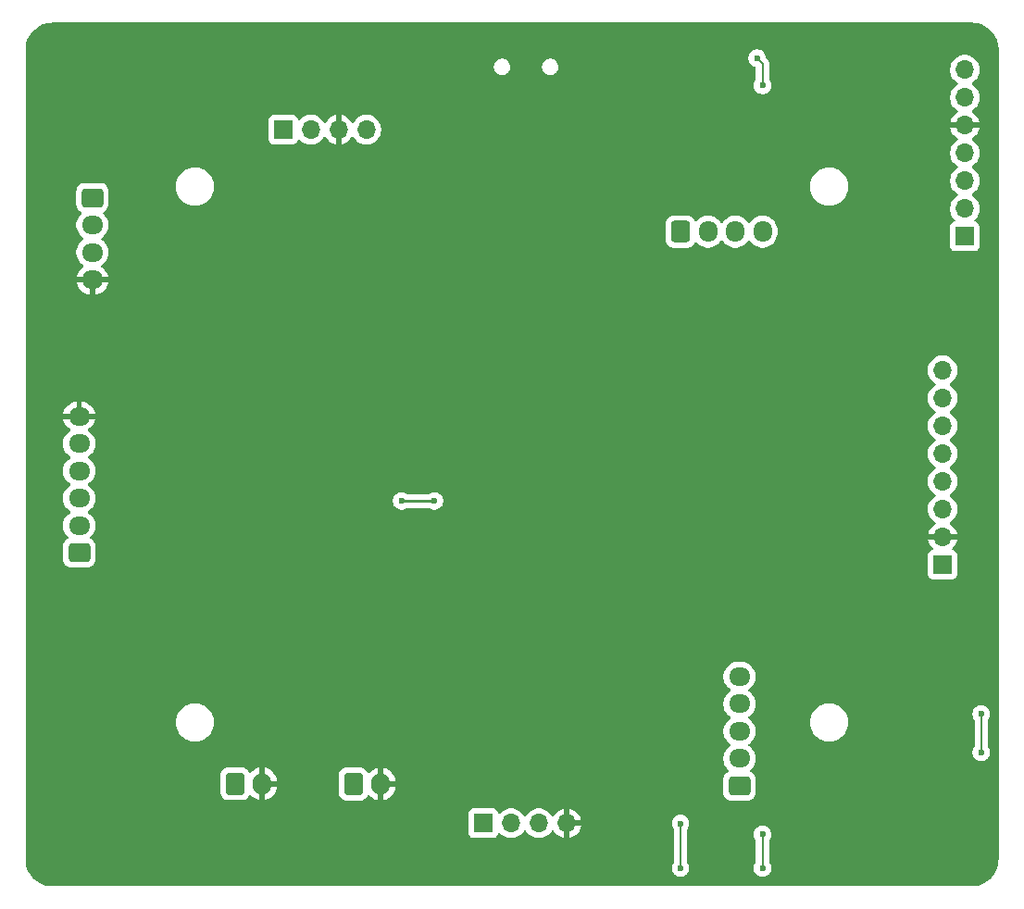
<source format=gbr>
%TF.GenerationSoftware,KiCad,Pcbnew,9.0.1*%
%TF.CreationDate,2025-05-06T17:46:24-06:00*%
%TF.ProjectId,2025_04_STM32F103_RobotBrain,32303235-5f30-4345-9f53-544d33324631,rev?*%
%TF.SameCoordinates,Original*%
%TF.FileFunction,Copper,L2,Bot*%
%TF.FilePolarity,Positive*%
%FSLAX46Y46*%
G04 Gerber Fmt 4.6, Leading zero omitted, Abs format (unit mm)*
G04 Created by KiCad (PCBNEW 9.0.1) date 2025-05-06 17:46:24*
%MOMM*%
%LPD*%
G01*
G04 APERTURE LIST*
G04 Aperture macros list*
%AMRoundRect*
0 Rectangle with rounded corners*
0 $1 Rounding radius*
0 $2 $3 $4 $5 $6 $7 $8 $9 X,Y pos of 4 corners*
0 Add a 4 corners polygon primitive as box body*
4,1,4,$2,$3,$4,$5,$6,$7,$8,$9,$2,$3,0*
0 Add four circle primitives for the rounded corners*
1,1,$1+$1,$2,$3*
1,1,$1+$1,$4,$5*
1,1,$1+$1,$6,$7*
1,1,$1+$1,$8,$9*
0 Add four rect primitives between the rounded corners*
20,1,$1+$1,$2,$3,$4,$5,0*
20,1,$1+$1,$4,$5,$6,$7,0*
20,1,$1+$1,$6,$7,$8,$9,0*
20,1,$1+$1,$8,$9,$2,$3,0*%
G04 Aperture macros list end*
%TA.AperFunction,ComponentPad*%
%ADD10RoundRect,0.250000X-0.600000X-0.750000X0.600000X-0.750000X0.600000X0.750000X-0.600000X0.750000X0*%
%TD*%
%TA.AperFunction,ComponentPad*%
%ADD11O,1.700000X2.000000*%
%TD*%
%TA.AperFunction,ComponentPad*%
%ADD12R,1.700000X1.700000*%
%TD*%
%TA.AperFunction,ComponentPad*%
%ADD13O,1.700000X1.700000*%
%TD*%
%TA.AperFunction,ComponentPad*%
%ADD14RoundRect,0.250000X0.725000X-0.600000X0.725000X0.600000X-0.725000X0.600000X-0.725000X-0.600000X0*%
%TD*%
%TA.AperFunction,ComponentPad*%
%ADD15O,1.950000X1.700000*%
%TD*%
%TA.AperFunction,ComponentPad*%
%ADD16RoundRect,0.250000X-0.725000X0.600000X-0.725000X-0.600000X0.725000X-0.600000X0.725000X0.600000X0*%
%TD*%
%TA.AperFunction,ComponentPad*%
%ADD17RoundRect,0.250000X-0.600000X-0.725000X0.600000X-0.725000X0.600000X0.725000X-0.600000X0.725000X0*%
%TD*%
%TA.AperFunction,ComponentPad*%
%ADD18O,1.700000X1.950000*%
%TD*%
%TA.AperFunction,ViaPad*%
%ADD19C,0.600000*%
%TD*%
%TA.AperFunction,Conductor*%
%ADD20C,0.200000*%
%TD*%
%TA.AperFunction,Conductor*%
%ADD21C,0.254000*%
%TD*%
G04 APERTURE END LIST*
D10*
%TO.P,J6,1,Pin_1*%
%TO.N,+3V3*%
X122580000Y-99900000D03*
D11*
%TO.P,J6,2,Pin_2*%
%TO.N,GND*%
X125080000Y-99900000D03*
%TD*%
D12*
%TO.P,J9,1,Pin_1*%
%TO.N,+3V3*%
X178500000Y-49800000D03*
D13*
%TO.P,J9,2,Pin_2*%
%TO.N,/PS2_SCK*%
X178500000Y-47260000D03*
%TO.P,J9,3,Pin_3*%
%TO.N,unconnected-(J9-Pin_3-Pad3)*%
X178500000Y-44720000D03*
%TO.P,J9,4,Pin_4*%
%TO.N,/PS2_CS*%
X178500000Y-42180000D03*
%TO.P,J9,5,Pin_5*%
%TO.N,GND*%
X178500000Y-39640000D03*
%TO.P,J9,6,Pin_6*%
%TO.N,/PS2_MISO*%
X178500000Y-37100000D03*
%TO.P,J9,7,Pin_7*%
%TO.N,/PS2_MOSI*%
X178500000Y-34560000D03*
%TD*%
D14*
%TO.P,J8,1,Pin_1*%
%TO.N,/E2A*%
X157890000Y-100070000D03*
D15*
%TO.P,J8,2,Pin_2*%
%TO.N,/E2B*%
X157890000Y-97570000D03*
%TO.P,J8,3,Pin_3*%
%TO.N,/E1A*%
X157890000Y-95070000D03*
%TO.P,J8,4,Pin_4*%
%TO.N,/E1B*%
X157890000Y-92570000D03*
%TO.P,J8,5,Pin_5*%
%TO.N,/PWR_ADC*%
X157890000Y-90070000D03*
%TD*%
D12*
%TO.P,J2,1,Pin_1*%
%TO.N,+5V*%
X176465000Y-79835000D03*
D13*
%TO.P,J2,2,Pin_2*%
%TO.N,GND*%
X176465000Y-77295000D03*
%TO.P,J2,3,Pin_3*%
%TO.N,/IMU_I2C_SCL*%
X176465000Y-74755000D03*
%TO.P,J2,4,Pin_4*%
%TO.N,/IMU_I2C_SDA*%
X176465000Y-72215000D03*
%TO.P,J2,5,Pin_5*%
%TO.N,unconnected-(J2-Pin_5-Pad5)*%
X176465000Y-69675000D03*
%TO.P,J2,6,Pin_6*%
%TO.N,unconnected-(J2-Pin_6-Pad6)*%
X176465000Y-67135000D03*
%TO.P,J2,7,Pin_7*%
%TO.N,unconnected-(J2-Pin_7-Pad7)*%
X176465000Y-64595000D03*
%TO.P,J2,8,Pin_8*%
%TO.N,/IMU_INT*%
X176465000Y-62055000D03*
%TD*%
D12*
%TO.P,J4,1,Pin_1*%
%TO.N,+3V3*%
X116160000Y-40040000D03*
D13*
%TO.P,J4,2,Pin_2*%
%TO.N,/SWCLK*%
X118700000Y-40040000D03*
%TO.P,J4,3,Pin_3*%
%TO.N,GND*%
X121240000Y-40040000D03*
%TO.P,J4,4,Pin_4*%
%TO.N,/SWDIO*%
X123780000Y-40040000D03*
%TD*%
D16*
%TO.P,J11,1,Pin_1*%
%TO.N,+3V3*%
X98720000Y-46270000D03*
D15*
%TO.P,J11,2,Pin_2*%
%TO.N,/USER_TX*%
X98720000Y-48770000D03*
%TO.P,J11,3,Pin_3*%
%TO.N,/USER_RX*%
X98720000Y-51270000D03*
%TO.P,J11,4,Pin_4*%
%TO.N,GND*%
X98720000Y-53770000D03*
%TD*%
D12*
%TO.P,J3,1,Pin_1*%
%TO.N,+5V*%
X134460000Y-103485000D03*
D13*
%TO.P,J3,2,Pin_2*%
%TO.N,/ULTRA_TRIG*%
X137000000Y-103485000D03*
%TO.P,J3,3,Pin_3*%
%TO.N,/ULTRA_ECHO*%
X139540000Y-103485000D03*
%TO.P,J3,4,Pin_4*%
%TO.N,GND*%
X142080000Y-103485000D03*
%TD*%
D17*
%TO.P,J7,1,Pin_1*%
%TO.N,/AN2*%
X152510000Y-49370000D03*
D18*
%TO.P,J7,2,Pin_2*%
%TO.N,/AN1*%
X155010000Y-49370000D03*
%TO.P,J7,3,Pin_3*%
%TO.N,/BN2*%
X157510000Y-49370000D03*
%TO.P,J7,4,Pin_4*%
%TO.N,/BN1*%
X160010000Y-49370000D03*
%TD*%
D10*
%TO.P,J5,1,Pin_1*%
%TO.N,+5V*%
X111750000Y-99875000D03*
D11*
%TO.P,J5,2,Pin_2*%
%TO.N,GND*%
X114250000Y-99875000D03*
%TD*%
D14*
%TO.P,J10,1,Pin_1*%
%TO.N,+3V3*%
X97510000Y-78760000D03*
D15*
%TO.P,J10,2,Pin_2*%
%TO.N,/X1*%
X97510000Y-76260000D03*
%TO.P,J10,3,Pin_3*%
%TO.N,/X2*%
X97510000Y-73760000D03*
%TO.P,J10,4,Pin_4*%
%TO.N,/X3*%
X97510000Y-71260000D03*
%TO.P,J10,5,Pin_5*%
%TO.N,/X4*%
X97510000Y-68760000D03*
%TO.P,J10,6,Pin_6*%
%TO.N,GND*%
X97510000Y-66260000D03*
%TD*%
D19*
%TO.N,/E2B*%
X160000000Y-104500000D03*
X160000000Y-107600000D03*
%TO.N,/E2A*%
X152500000Y-107600000D03*
X152500000Y-103500000D03*
%TO.N,+3V3*%
X130000000Y-74000000D03*
X127000000Y-74000000D03*
%TO.N,+5V*%
X180000000Y-97000000D03*
X180000000Y-93500000D03*
%TO.N,+3V3*%
X160000000Y-36000000D03*
X159500000Y-33500000D03*
%TO.N,GND*%
X157700000Y-39210000D03*
X153880000Y-30820000D03*
X156420000Y-36500000D03*
X162820000Y-30810000D03*
X160490000Y-39250000D03*
X156300000Y-39230000D03*
X135300000Y-31060000D03*
X135310000Y-31970000D03*
X138320000Y-48630000D03*
X101550000Y-104940000D03*
X136780000Y-35480000D03*
X137200000Y-59890000D03*
X135310000Y-36460000D03*
X100250000Y-97140000D03*
X148430000Y-76280000D03*
X133260000Y-70570000D03*
X135310000Y-75730000D03*
X141240000Y-79920000D03*
X116610000Y-74610000D03*
X150070000Y-72380000D03*
X174000000Y-92900000D03*
X132070000Y-71580000D03*
X133640000Y-85390000D03*
X141410000Y-36420000D03*
X145110000Y-70690000D03*
X173350000Y-99580000D03*
X148580000Y-83950000D03*
X135220000Y-88640000D03*
X141420000Y-37150000D03*
X141430000Y-31900000D03*
X141430000Y-31090000D03*
X175680000Y-106180000D03*
X148460000Y-78570000D03*
X137960000Y-77270000D03*
X148070000Y-63560000D03*
X148400000Y-32585000D03*
X130690000Y-76070000D03*
X133510000Y-59260000D03*
X142390000Y-77290000D03*
X173990000Y-90010000D03*
X142300000Y-74080000D03*
X147470000Y-58420000D03*
X135310000Y-37250000D03*
X147170000Y-41280000D03*
%TD*%
D20*
%TO.N,/E2B*%
X160000000Y-104500000D02*
X160000000Y-107600000D01*
%TO.N,/E2A*%
X152500000Y-103500000D02*
X152500000Y-107600000D01*
D21*
%TO.N,+3V3*%
X130000000Y-74000000D02*
X127000000Y-74000000D01*
D20*
%TO.N,+5V*%
X180000000Y-93500000D02*
X180000000Y-97000000D01*
%TO.N,+3V3*%
X160000000Y-36000000D02*
X160000000Y-34000000D01*
X160000000Y-34000000D02*
X159500000Y-33500000D01*
%TD*%
%TA.AperFunction,Conductor*%
%TO.N,GND*%
G36*
X179103736Y-30250727D02*
G01*
X179393796Y-30268272D01*
X179408657Y-30270076D01*
X179690797Y-30321781D01*
X179705334Y-30325364D01*
X179979182Y-30410699D01*
X179993163Y-30416001D01*
X180254732Y-30533724D01*
X180267987Y-30540681D01*
X180513458Y-30689072D01*
X180525776Y-30697574D01*
X180751573Y-30874474D01*
X180762781Y-30884404D01*
X180965595Y-31087219D01*
X180975525Y-31098427D01*
X181152422Y-31324218D01*
X181160928Y-31336541D01*
X181309315Y-31582004D01*
X181316274Y-31595263D01*
X181433996Y-31856832D01*
X181439305Y-31870833D01*
X181524634Y-32144664D01*
X181528218Y-32159202D01*
X181579922Y-32441340D01*
X181581727Y-32456205D01*
X181589097Y-32578033D01*
X181598305Y-32730264D01*
X181599274Y-32746274D01*
X181599500Y-32753761D01*
X181599500Y-106746250D01*
X181599274Y-106753737D01*
X181581728Y-107043795D01*
X181579923Y-107058660D01*
X181528219Y-107340798D01*
X181524635Y-107355336D01*
X181439304Y-107629175D01*
X181433994Y-107643177D01*
X181316277Y-107904731D01*
X181309319Y-107917989D01*
X181160928Y-108163459D01*
X181152422Y-108175782D01*
X180975525Y-108401573D01*
X180965595Y-108412781D01*
X180762781Y-108615596D01*
X180751573Y-108625526D01*
X180525782Y-108802422D01*
X180513458Y-108810928D01*
X180267987Y-108959319D01*
X180254730Y-108966277D01*
X179993176Y-109083994D01*
X179979174Y-109089304D01*
X179705335Y-109174635D01*
X179690797Y-109178219D01*
X179408659Y-109229923D01*
X179393794Y-109231728D01*
X179200701Y-109243408D01*
X179103712Y-109249275D01*
X179096240Y-109249501D01*
X95103752Y-109249501D01*
X95096265Y-109249275D01*
X94806205Y-109231729D01*
X94791340Y-109229924D01*
X94509202Y-109178220D01*
X94494664Y-109174636D01*
X94220832Y-109089307D01*
X94206831Y-109083998D01*
X93945263Y-108966276D01*
X93932004Y-108959317D01*
X93686540Y-108810929D01*
X93674217Y-108802423D01*
X93448426Y-108625527D01*
X93437218Y-108615597D01*
X93234403Y-108412782D01*
X93224473Y-108401574D01*
X93152251Y-108309390D01*
X93047572Y-108175777D01*
X93039074Y-108163466D01*
X92890679Y-107917989D01*
X92883724Y-107904737D01*
X92851658Y-107833489D01*
X92765999Y-107643163D01*
X92760692Y-107629167D01*
X92752095Y-107601579D01*
X92675362Y-107355335D01*
X92671779Y-107340798D01*
X92620075Y-107058660D01*
X92618270Y-107043795D01*
X92600726Y-106753752D01*
X92600500Y-106746265D01*
X92600500Y-102587135D01*
X133109500Y-102587135D01*
X133109500Y-104382870D01*
X133109501Y-104382876D01*
X133115908Y-104442483D01*
X133166202Y-104577328D01*
X133166206Y-104577335D01*
X133252452Y-104692544D01*
X133252455Y-104692547D01*
X133367664Y-104778793D01*
X133367671Y-104778797D01*
X133502517Y-104829091D01*
X133502516Y-104829091D01*
X133509444Y-104829835D01*
X133562127Y-104835500D01*
X135357872Y-104835499D01*
X135417483Y-104829091D01*
X135552331Y-104778796D01*
X135667546Y-104692546D01*
X135753796Y-104577331D01*
X135802810Y-104445916D01*
X135844681Y-104389984D01*
X135910145Y-104365566D01*
X135978418Y-104380417D01*
X136006673Y-104401569D01*
X136120213Y-104515109D01*
X136292179Y-104640048D01*
X136292181Y-104640049D01*
X136292184Y-104640051D01*
X136481588Y-104736557D01*
X136683757Y-104802246D01*
X136893713Y-104835500D01*
X136893714Y-104835500D01*
X137106286Y-104835500D01*
X137106287Y-104835500D01*
X137316243Y-104802246D01*
X137518412Y-104736557D01*
X137707816Y-104640051D01*
X137794138Y-104577335D01*
X137879786Y-104515109D01*
X137879788Y-104515106D01*
X137879792Y-104515104D01*
X138030104Y-104364792D01*
X138030106Y-104364788D01*
X138030109Y-104364786D01*
X138155048Y-104192820D01*
X138155047Y-104192820D01*
X138155051Y-104192816D01*
X138159514Y-104184054D01*
X138207488Y-104133259D01*
X138275308Y-104116463D01*
X138341444Y-104138999D01*
X138380486Y-104184056D01*
X138384951Y-104192820D01*
X138509890Y-104364786D01*
X138660213Y-104515109D01*
X138832179Y-104640048D01*
X138832181Y-104640049D01*
X138832184Y-104640051D01*
X139021588Y-104736557D01*
X139223757Y-104802246D01*
X139433713Y-104835500D01*
X139433714Y-104835500D01*
X139646286Y-104835500D01*
X139646287Y-104835500D01*
X139856243Y-104802246D01*
X140058412Y-104736557D01*
X140247816Y-104640051D01*
X140334138Y-104577335D01*
X140419786Y-104515109D01*
X140419788Y-104515106D01*
X140419792Y-104515104D01*
X140570104Y-104364792D01*
X140570106Y-104364788D01*
X140570109Y-104364786D01*
X140695048Y-104192820D01*
X140695051Y-104192816D01*
X140699793Y-104183508D01*
X140747763Y-104132711D01*
X140815583Y-104115911D01*
X140881719Y-104138445D01*
X140920763Y-104183500D01*
X140925377Y-104192555D01*
X141050272Y-104364459D01*
X141050276Y-104364464D01*
X141200535Y-104514723D01*
X141200540Y-104514727D01*
X141372442Y-104639620D01*
X141561782Y-104736095D01*
X141763871Y-104801757D01*
X141830000Y-104812231D01*
X141830000Y-103918012D01*
X141887007Y-103950925D01*
X142014174Y-103985000D01*
X142145826Y-103985000D01*
X142272993Y-103950925D01*
X142330000Y-103918012D01*
X142330000Y-104812230D01*
X142396126Y-104801757D01*
X142396129Y-104801757D01*
X142598217Y-104736095D01*
X142787557Y-104639620D01*
X142959459Y-104514727D01*
X142959464Y-104514723D01*
X143109723Y-104364464D01*
X143109727Y-104364459D01*
X143234620Y-104192557D01*
X143331095Y-104003217D01*
X143396757Y-103801129D01*
X143396757Y-103801126D01*
X143407231Y-103735000D01*
X142513012Y-103735000D01*
X142545925Y-103677993D01*
X142580000Y-103550826D01*
X142580000Y-103421153D01*
X151699500Y-103421153D01*
X151699500Y-103578846D01*
X151730261Y-103733489D01*
X151730264Y-103733501D01*
X151790602Y-103879172D01*
X151790609Y-103879185D01*
X151878602Y-104010874D01*
X151899480Y-104077551D01*
X151899500Y-104079765D01*
X151899500Y-107020234D01*
X151879815Y-107087273D01*
X151878602Y-107089125D01*
X151790609Y-107220814D01*
X151790602Y-107220827D01*
X151730264Y-107366498D01*
X151730261Y-107366510D01*
X151699500Y-107521153D01*
X151699500Y-107678846D01*
X151730261Y-107833489D01*
X151730264Y-107833501D01*
X151790602Y-107979172D01*
X151790609Y-107979185D01*
X151878210Y-108110288D01*
X151878213Y-108110292D01*
X151989707Y-108221786D01*
X151989711Y-108221789D01*
X152120814Y-108309390D01*
X152120827Y-108309397D01*
X152266498Y-108369735D01*
X152266503Y-108369737D01*
X152421153Y-108400499D01*
X152421156Y-108400500D01*
X152421158Y-108400500D01*
X152578844Y-108400500D01*
X152578845Y-108400499D01*
X152733497Y-108369737D01*
X152879179Y-108309394D01*
X153010289Y-108221789D01*
X153121789Y-108110289D01*
X153209394Y-107979179D01*
X153269737Y-107833497D01*
X153300500Y-107678842D01*
X153300500Y-107521158D01*
X153300500Y-107521155D01*
X153300499Y-107521153D01*
X153269738Y-107366510D01*
X153269737Y-107366503D01*
X153259090Y-107340798D01*
X153209397Y-107220827D01*
X153209390Y-107220814D01*
X153121398Y-107089125D01*
X153100520Y-107022447D01*
X153100500Y-107020234D01*
X153100500Y-104421153D01*
X159199500Y-104421153D01*
X159199500Y-104578846D01*
X159230261Y-104733489D01*
X159230264Y-104733501D01*
X159290602Y-104879172D01*
X159290609Y-104879185D01*
X159378602Y-105010874D01*
X159399480Y-105077551D01*
X159399500Y-105079765D01*
X159399500Y-107020234D01*
X159379815Y-107087273D01*
X159378602Y-107089125D01*
X159290609Y-107220814D01*
X159290602Y-107220827D01*
X159230264Y-107366498D01*
X159230261Y-107366510D01*
X159199500Y-107521153D01*
X159199500Y-107678846D01*
X159230261Y-107833489D01*
X159230264Y-107833501D01*
X159290602Y-107979172D01*
X159290609Y-107979185D01*
X159378210Y-108110288D01*
X159378213Y-108110292D01*
X159489707Y-108221786D01*
X159489711Y-108221789D01*
X159620814Y-108309390D01*
X159620827Y-108309397D01*
X159766498Y-108369735D01*
X159766503Y-108369737D01*
X159921153Y-108400499D01*
X159921156Y-108400500D01*
X159921158Y-108400500D01*
X160078844Y-108400500D01*
X160078845Y-108400499D01*
X160233497Y-108369737D01*
X160379179Y-108309394D01*
X160510289Y-108221789D01*
X160621789Y-108110289D01*
X160709394Y-107979179D01*
X160769737Y-107833497D01*
X160800500Y-107678842D01*
X160800500Y-107521158D01*
X160800500Y-107521155D01*
X160800499Y-107521153D01*
X160769738Y-107366510D01*
X160769737Y-107366503D01*
X160759090Y-107340798D01*
X160709397Y-107220827D01*
X160709390Y-107220814D01*
X160621398Y-107089125D01*
X160600520Y-107022447D01*
X160600500Y-107020234D01*
X160600500Y-105079765D01*
X160620185Y-105012726D01*
X160621398Y-105010874D01*
X160709390Y-104879185D01*
X160709390Y-104879184D01*
X160709394Y-104879179D01*
X160769737Y-104733497D01*
X160800500Y-104578842D01*
X160800500Y-104421158D01*
X160800500Y-104421155D01*
X160800499Y-104421153D01*
X160792885Y-104382876D01*
X160769737Y-104266503D01*
X160735587Y-104184056D01*
X160709397Y-104120827D01*
X160709390Y-104120814D01*
X160621789Y-103989711D01*
X160621786Y-103989707D01*
X160510292Y-103878213D01*
X160510288Y-103878210D01*
X160379185Y-103790609D01*
X160379172Y-103790602D01*
X160233501Y-103730264D01*
X160233489Y-103730261D01*
X160078845Y-103699500D01*
X160078842Y-103699500D01*
X159921158Y-103699500D01*
X159921155Y-103699500D01*
X159766510Y-103730261D01*
X159766498Y-103730264D01*
X159620827Y-103790602D01*
X159620814Y-103790609D01*
X159489711Y-103878210D01*
X159489707Y-103878213D01*
X159378213Y-103989707D01*
X159378210Y-103989711D01*
X159290609Y-104120814D01*
X159290602Y-104120827D01*
X159230264Y-104266498D01*
X159230261Y-104266510D01*
X159199500Y-104421153D01*
X153100500Y-104421153D01*
X153100500Y-104079765D01*
X153120185Y-104012726D01*
X153121398Y-104010874D01*
X153138687Y-103985000D01*
X153209394Y-103879179D01*
X153269737Y-103733497D01*
X153300500Y-103578842D01*
X153300500Y-103421158D01*
X153300500Y-103421155D01*
X153300499Y-103421153D01*
X153269738Y-103266510D01*
X153269737Y-103266503D01*
X153256688Y-103235000D01*
X153209397Y-103120827D01*
X153209390Y-103120814D01*
X153121789Y-102989711D01*
X153121786Y-102989707D01*
X153010292Y-102878213D01*
X153010288Y-102878210D01*
X152879185Y-102790609D01*
X152879172Y-102790602D01*
X152733501Y-102730264D01*
X152733489Y-102730261D01*
X152578845Y-102699500D01*
X152578842Y-102699500D01*
X152421158Y-102699500D01*
X152421155Y-102699500D01*
X152266510Y-102730261D01*
X152266498Y-102730264D01*
X152120827Y-102790602D01*
X152120814Y-102790609D01*
X151989711Y-102878210D01*
X151989707Y-102878213D01*
X151878213Y-102989707D01*
X151878210Y-102989711D01*
X151790609Y-103120814D01*
X151790602Y-103120827D01*
X151730264Y-103266498D01*
X151730261Y-103266510D01*
X151699500Y-103421153D01*
X142580000Y-103421153D01*
X142580000Y-103419174D01*
X142545925Y-103292007D01*
X142513012Y-103235000D01*
X143407231Y-103235000D01*
X143396757Y-103168873D01*
X143396757Y-103168870D01*
X143331095Y-102966782D01*
X143234620Y-102777442D01*
X143109727Y-102605540D01*
X143109723Y-102605535D01*
X142959464Y-102455276D01*
X142959459Y-102455272D01*
X142787557Y-102330379D01*
X142598215Y-102233903D01*
X142396124Y-102168241D01*
X142330000Y-102157768D01*
X142330000Y-103051988D01*
X142272993Y-103019075D01*
X142145826Y-102985000D01*
X142014174Y-102985000D01*
X141887007Y-103019075D01*
X141830000Y-103051988D01*
X141830000Y-102157768D01*
X141829999Y-102157768D01*
X141763875Y-102168241D01*
X141561784Y-102233903D01*
X141372442Y-102330379D01*
X141200540Y-102455272D01*
X141200535Y-102455276D01*
X141050276Y-102605535D01*
X141050272Y-102605540D01*
X140925378Y-102777443D01*
X140920762Y-102786502D01*
X140872784Y-102837295D01*
X140804963Y-102854087D01*
X140738829Y-102831546D01*
X140699794Y-102786493D01*
X140695051Y-102777184D01*
X140695049Y-102777181D01*
X140695048Y-102777179D01*
X140570109Y-102605213D01*
X140419786Y-102454890D01*
X140247820Y-102329951D01*
X140058414Y-102233444D01*
X140058413Y-102233443D01*
X140058412Y-102233443D01*
X139856243Y-102167754D01*
X139856241Y-102167753D01*
X139856240Y-102167753D01*
X139694957Y-102142208D01*
X139646287Y-102134500D01*
X139433713Y-102134500D01*
X139385042Y-102142208D01*
X139223760Y-102167753D01*
X139021585Y-102233444D01*
X138832179Y-102329951D01*
X138660213Y-102454890D01*
X138509890Y-102605213D01*
X138384949Y-102777182D01*
X138380484Y-102785946D01*
X138332509Y-102836742D01*
X138264688Y-102853536D01*
X138198553Y-102830998D01*
X138159516Y-102785946D01*
X138155050Y-102777182D01*
X138030109Y-102605213D01*
X137879786Y-102454890D01*
X137707820Y-102329951D01*
X137518414Y-102233444D01*
X137518413Y-102233443D01*
X137518412Y-102233443D01*
X137316243Y-102167754D01*
X137316241Y-102167753D01*
X137316240Y-102167753D01*
X137154957Y-102142208D01*
X137106287Y-102134500D01*
X136893713Y-102134500D01*
X136845042Y-102142208D01*
X136683760Y-102167753D01*
X136481585Y-102233444D01*
X136292179Y-102329951D01*
X136120215Y-102454889D01*
X136006673Y-102568431D01*
X135945350Y-102601915D01*
X135875658Y-102596931D01*
X135819725Y-102555059D01*
X135802810Y-102524082D01*
X135753797Y-102392671D01*
X135753793Y-102392664D01*
X135667547Y-102277455D01*
X135667544Y-102277452D01*
X135552335Y-102191206D01*
X135552328Y-102191202D01*
X135417482Y-102140908D01*
X135417483Y-102140908D01*
X135357883Y-102134501D01*
X135357881Y-102134500D01*
X135357873Y-102134500D01*
X135357864Y-102134500D01*
X133562129Y-102134500D01*
X133562123Y-102134501D01*
X133502516Y-102140908D01*
X133367671Y-102191202D01*
X133367664Y-102191206D01*
X133252455Y-102277452D01*
X133252452Y-102277455D01*
X133166206Y-102392664D01*
X133166202Y-102392671D01*
X133115908Y-102527517D01*
X133109501Y-102587116D01*
X133109500Y-102587135D01*
X92600500Y-102587135D01*
X92600500Y-99074983D01*
X110399500Y-99074983D01*
X110399500Y-100675001D01*
X110399501Y-100675018D01*
X110410000Y-100777796D01*
X110410001Y-100777799D01*
X110465185Y-100944331D01*
X110465186Y-100944334D01*
X110557288Y-101093656D01*
X110681344Y-101217712D01*
X110830666Y-101309814D01*
X110997203Y-101364999D01*
X111099991Y-101375500D01*
X112400008Y-101375499D01*
X112502797Y-101364999D01*
X112669334Y-101309814D01*
X112818656Y-101217712D01*
X112942712Y-101093656D01*
X113034814Y-100944334D01*
X113034814Y-100944331D01*
X113038448Y-100938441D01*
X113090395Y-100891716D01*
X113159358Y-100880493D01*
X113223440Y-100908336D01*
X113231668Y-100915856D01*
X113370535Y-101054723D01*
X113370540Y-101054727D01*
X113542442Y-101179620D01*
X113731782Y-101276095D01*
X113933871Y-101341757D01*
X114000000Y-101352231D01*
X114000000Y-100308012D01*
X114057007Y-100340925D01*
X114184174Y-100375000D01*
X114315826Y-100375000D01*
X114442993Y-100340925D01*
X114500000Y-100308012D01*
X114500000Y-101352230D01*
X114566126Y-101341757D01*
X114566129Y-101341757D01*
X114768217Y-101276095D01*
X114957557Y-101179620D01*
X115129459Y-101054727D01*
X115129464Y-101054723D01*
X115279723Y-100904464D01*
X115279727Y-100904459D01*
X115404620Y-100732557D01*
X115501095Y-100543217D01*
X115566757Y-100341130D01*
X115566757Y-100341127D01*
X115600000Y-100131246D01*
X115600000Y-100125000D01*
X114683012Y-100125000D01*
X114715925Y-100067993D01*
X114750000Y-99940826D01*
X114750000Y-99809174D01*
X114715925Y-99682007D01*
X114683012Y-99625000D01*
X115600000Y-99625000D01*
X115600000Y-99618753D01*
X115566757Y-99408872D01*
X115566757Y-99408869D01*
X115501094Y-99206780D01*
X115473758Y-99153130D01*
X115473757Y-99153129D01*
X115446677Y-99099983D01*
X121229500Y-99099983D01*
X121229500Y-100700001D01*
X121229501Y-100700018D01*
X121240000Y-100802796D01*
X121240001Y-100802799D01*
X121273690Y-100904464D01*
X121295186Y-100969334D01*
X121387288Y-101118656D01*
X121511344Y-101242712D01*
X121660666Y-101334814D01*
X121827203Y-101389999D01*
X121929991Y-101400500D01*
X123230008Y-101400499D01*
X123332797Y-101389999D01*
X123499334Y-101334814D01*
X123648656Y-101242712D01*
X123772712Y-101118656D01*
X123864814Y-100969334D01*
X123864814Y-100969331D01*
X123868448Y-100963441D01*
X123920395Y-100916716D01*
X123989358Y-100905493D01*
X124053440Y-100933336D01*
X124061668Y-100940856D01*
X124200535Y-101079723D01*
X124200540Y-101079727D01*
X124372442Y-101204620D01*
X124561782Y-101301095D01*
X124763871Y-101366757D01*
X124830000Y-101377231D01*
X124830000Y-100333012D01*
X124887007Y-100365925D01*
X125014174Y-100400000D01*
X125145826Y-100400000D01*
X125272993Y-100365925D01*
X125330000Y-100333012D01*
X125330000Y-101377230D01*
X125396126Y-101366757D01*
X125396129Y-101366757D01*
X125598217Y-101301095D01*
X125787557Y-101204620D01*
X125959459Y-101079727D01*
X125959464Y-101079723D01*
X126109723Y-100929464D01*
X126109727Y-100929459D01*
X126234620Y-100757557D01*
X126331095Y-100568217D01*
X126396757Y-100366130D01*
X126396757Y-100366127D01*
X126430000Y-100156246D01*
X126430000Y-100150000D01*
X125513012Y-100150000D01*
X125545925Y-100092993D01*
X125580000Y-99965826D01*
X125580000Y-99834174D01*
X125545925Y-99707007D01*
X125513012Y-99650000D01*
X126430000Y-99650000D01*
X126430000Y-99643753D01*
X126396757Y-99433872D01*
X126396757Y-99433869D01*
X126331095Y-99231782D01*
X126234620Y-99042442D01*
X126109727Y-98870540D01*
X126109723Y-98870535D01*
X125959464Y-98720276D01*
X125959459Y-98720272D01*
X125787557Y-98595379D01*
X125598215Y-98498903D01*
X125396124Y-98433241D01*
X125330000Y-98422768D01*
X125330000Y-99466988D01*
X125272993Y-99434075D01*
X125145826Y-99400000D01*
X125014174Y-99400000D01*
X124887007Y-99434075D01*
X124830000Y-99466988D01*
X124830000Y-98422768D01*
X124829999Y-98422768D01*
X124763875Y-98433241D01*
X124561784Y-98498903D01*
X124372442Y-98595379D01*
X124200541Y-98720271D01*
X124061668Y-98859144D01*
X124000345Y-98892628D01*
X123930653Y-98887644D01*
X123874720Y-98845772D01*
X123868448Y-98836558D01*
X123799670Y-98725051D01*
X123772712Y-98681344D01*
X123648656Y-98557288D01*
X123499334Y-98465186D01*
X123332797Y-98410001D01*
X123332795Y-98410000D01*
X123230010Y-98399500D01*
X121929998Y-98399500D01*
X121929981Y-98399501D01*
X121827203Y-98410000D01*
X121827200Y-98410001D01*
X121660668Y-98465185D01*
X121660663Y-98465187D01*
X121511342Y-98557289D01*
X121387289Y-98681342D01*
X121295187Y-98830663D01*
X121295185Y-98830668D01*
X121276305Y-98887644D01*
X121240001Y-98997203D01*
X121240001Y-98997204D01*
X121240000Y-98997204D01*
X121229500Y-99099983D01*
X115446677Y-99099983D01*
X115404620Y-99017442D01*
X115279727Y-98845540D01*
X115279723Y-98845535D01*
X115129464Y-98695276D01*
X115129459Y-98695272D01*
X114957557Y-98570379D01*
X114768215Y-98473903D01*
X114566124Y-98408241D01*
X114500000Y-98397768D01*
X114500000Y-99441988D01*
X114442993Y-99409075D01*
X114315826Y-99375000D01*
X114184174Y-99375000D01*
X114057007Y-99409075D01*
X114000000Y-99441988D01*
X114000000Y-98397768D01*
X113999999Y-98397768D01*
X113933875Y-98408241D01*
X113731784Y-98473903D01*
X113542442Y-98570379D01*
X113370541Y-98695271D01*
X113231668Y-98834144D01*
X113170345Y-98867628D01*
X113100653Y-98862644D01*
X113044720Y-98820772D01*
X113038448Y-98811558D01*
X112985272Y-98725346D01*
X112942712Y-98656344D01*
X112818656Y-98532288D01*
X112669334Y-98440186D01*
X112502797Y-98385001D01*
X112502795Y-98385000D01*
X112400010Y-98374500D01*
X111099998Y-98374500D01*
X111099981Y-98374501D01*
X110997203Y-98385000D01*
X110997200Y-98385001D01*
X110830668Y-98440185D01*
X110830663Y-98440187D01*
X110681342Y-98532289D01*
X110557289Y-98656342D01*
X110465187Y-98805663D01*
X110465185Y-98805668D01*
X110443689Y-98870540D01*
X110410001Y-98972203D01*
X110410001Y-98972204D01*
X110410000Y-98972204D01*
X110399500Y-99074983D01*
X92600500Y-99074983D01*
X92600500Y-94135259D01*
X106349500Y-94135259D01*
X106349500Y-94364742D01*
X106374100Y-94551585D01*
X106379452Y-94592239D01*
X106415153Y-94725479D01*
X106438842Y-94813888D01*
X106526650Y-95025877D01*
X106526656Y-95025889D01*
X106613487Y-95176286D01*
X106641392Y-95224618D01*
X106781081Y-95406662D01*
X106781089Y-95406671D01*
X106943330Y-95568912D01*
X106943338Y-95568919D01*
X107125382Y-95708608D01*
X107125385Y-95708609D01*
X107125388Y-95708612D01*
X107324112Y-95823345D01*
X107324117Y-95823347D01*
X107324123Y-95823350D01*
X107415480Y-95861191D01*
X107536113Y-95911159D01*
X107757762Y-95970549D01*
X107985266Y-96000501D01*
X107985273Y-96000501D01*
X108214727Y-96000501D01*
X108214734Y-96000501D01*
X108442238Y-95970549D01*
X108663887Y-95911159D01*
X108875888Y-95823345D01*
X109074612Y-95708612D01*
X109256661Y-95568920D01*
X109256665Y-95568915D01*
X109256670Y-95568912D01*
X109418911Y-95406671D01*
X109418914Y-95406666D01*
X109418919Y-95406662D01*
X109558611Y-95224613D01*
X109673344Y-95025889D01*
X109761158Y-94813888D01*
X109820548Y-94592239D01*
X109850500Y-94364735D01*
X109850500Y-94135267D01*
X109820548Y-93907763D01*
X109761158Y-93686114D01*
X109697642Y-93532774D01*
X109673349Y-93474124D01*
X109673346Y-93474118D01*
X109673344Y-93474113D01*
X109558611Y-93275389D01*
X109558608Y-93275386D01*
X109558607Y-93275383D01*
X109418918Y-93093339D01*
X109418911Y-93093331D01*
X109256670Y-92931090D01*
X109256661Y-92931082D01*
X109074617Y-92791393D01*
X108875890Y-92676658D01*
X108875876Y-92676651D01*
X108663887Y-92588843D01*
X108442238Y-92529453D01*
X108404215Y-92524447D01*
X108214741Y-92499501D01*
X108214734Y-92499501D01*
X107985266Y-92499501D01*
X107985258Y-92499501D01*
X107768715Y-92528010D01*
X107757762Y-92529453D01*
X107664076Y-92554555D01*
X107536112Y-92588843D01*
X107324123Y-92676651D01*
X107324109Y-92676658D01*
X107125382Y-92791393D01*
X106943338Y-92931082D01*
X106781081Y-93093339D01*
X106641392Y-93275383D01*
X106526657Y-93474110D01*
X106526650Y-93474124D01*
X106438842Y-93686113D01*
X106415153Y-93774523D01*
X106387110Y-93879185D01*
X106379453Y-93907760D01*
X106379451Y-93907771D01*
X106349500Y-94135259D01*
X92600500Y-94135259D01*
X92600500Y-89963713D01*
X156414500Y-89963713D01*
X156414500Y-90176286D01*
X156447753Y-90386239D01*
X156513444Y-90588414D01*
X156609951Y-90777820D01*
X156734890Y-90949786D01*
X156885209Y-91100105D01*
X156885214Y-91100109D01*
X157049793Y-91219682D01*
X157092459Y-91275011D01*
X157098438Y-91344625D01*
X157065833Y-91406420D01*
X157049793Y-91420318D01*
X156885214Y-91539890D01*
X156885209Y-91539894D01*
X156734890Y-91690213D01*
X156609951Y-91862179D01*
X156513444Y-92051585D01*
X156447753Y-92253760D01*
X156414500Y-92463713D01*
X156414500Y-92676286D01*
X156447753Y-92886239D01*
X156513444Y-93088414D01*
X156609951Y-93277820D01*
X156734890Y-93449786D01*
X156885209Y-93600105D01*
X156885214Y-93600109D01*
X157049793Y-93719682D01*
X157092459Y-93775011D01*
X157098438Y-93844625D01*
X157065833Y-93906420D01*
X157049793Y-93920318D01*
X156885214Y-94039890D01*
X156885209Y-94039894D01*
X156734890Y-94190213D01*
X156609951Y-94362179D01*
X156513444Y-94551585D01*
X156447753Y-94753760D01*
X156422849Y-94911001D01*
X156414500Y-94963713D01*
X156414500Y-95176287D01*
X156447754Y-95386243D01*
X156507109Y-95568919D01*
X156513444Y-95588414D01*
X156609951Y-95777820D01*
X156734890Y-95949786D01*
X156885209Y-96100105D01*
X156885214Y-96100109D01*
X157049793Y-96219682D01*
X157092459Y-96275011D01*
X157098438Y-96344625D01*
X157065833Y-96406420D01*
X157049793Y-96420318D01*
X156885214Y-96539890D01*
X156885209Y-96539894D01*
X156734890Y-96690213D01*
X156609951Y-96862179D01*
X156513444Y-97051585D01*
X156447753Y-97253760D01*
X156414500Y-97463713D01*
X156414500Y-97676286D01*
X156447753Y-97886239D01*
X156513444Y-98088414D01*
X156609951Y-98277820D01*
X156734890Y-98449786D01*
X156873705Y-98588601D01*
X156907190Y-98649924D01*
X156902206Y-98719616D01*
X156860334Y-98775549D01*
X156851121Y-98781821D01*
X156696342Y-98877289D01*
X156572289Y-99001342D01*
X156480187Y-99150663D01*
X156480185Y-99150668D01*
X156461592Y-99206780D01*
X156425001Y-99317203D01*
X156425001Y-99317204D01*
X156425000Y-99317204D01*
X156414500Y-99419983D01*
X156414500Y-100720001D01*
X156414501Y-100720018D01*
X156425000Y-100822796D01*
X156425001Y-100822799D01*
X156464122Y-100940856D01*
X156480186Y-100989334D01*
X156572288Y-101138656D01*
X156696344Y-101262712D01*
X156845666Y-101354814D01*
X157012203Y-101409999D01*
X157114991Y-101420500D01*
X158665008Y-101420499D01*
X158767797Y-101409999D01*
X158934334Y-101354814D01*
X159083656Y-101262712D01*
X159207712Y-101138656D01*
X159299814Y-100989334D01*
X159354999Y-100822797D01*
X159365500Y-100720009D01*
X159365499Y-99419992D01*
X159354999Y-99317203D01*
X159299814Y-99150666D01*
X159207712Y-99001344D01*
X159083656Y-98877288D01*
X158934334Y-98785186D01*
X158934333Y-98785185D01*
X158928878Y-98781821D01*
X158882154Y-98729873D01*
X158870931Y-98660910D01*
X158898775Y-98596828D01*
X158906272Y-98588623D01*
X159045104Y-98449792D01*
X159052083Y-98440187D01*
X159170048Y-98277820D01*
X159170047Y-98277820D01*
X159170051Y-98277816D01*
X159266557Y-98088412D01*
X159332246Y-97886243D01*
X159365500Y-97676287D01*
X159365500Y-97463713D01*
X159332246Y-97253757D01*
X159266557Y-97051588D01*
X159170051Y-96862184D01*
X159170049Y-96862181D01*
X159170048Y-96862179D01*
X159045109Y-96690213D01*
X158894792Y-96539896D01*
X158894784Y-96539890D01*
X158730204Y-96420316D01*
X158687540Y-96364989D01*
X158681561Y-96295376D01*
X158714166Y-96233580D01*
X158730199Y-96219686D01*
X158894792Y-96100104D01*
X159045104Y-95949792D01*
X159045106Y-95949788D01*
X159045109Y-95949786D01*
X159170048Y-95777820D01*
X159170047Y-95777820D01*
X159170051Y-95777816D01*
X159266557Y-95588412D01*
X159332246Y-95386243D01*
X159365500Y-95176287D01*
X159365500Y-94963713D01*
X159332246Y-94753757D01*
X159266557Y-94551588D01*
X159170051Y-94362184D01*
X159170049Y-94362181D01*
X159170048Y-94362179D01*
X159055193Y-94204093D01*
X159045109Y-94190214D01*
X159045105Y-94190209D01*
X158990155Y-94135259D01*
X164349500Y-94135259D01*
X164349500Y-94364742D01*
X164374100Y-94551585D01*
X164379452Y-94592239D01*
X164415153Y-94725479D01*
X164438842Y-94813888D01*
X164526650Y-95025877D01*
X164526656Y-95025889D01*
X164613487Y-95176286D01*
X164641392Y-95224618D01*
X164781081Y-95406662D01*
X164781089Y-95406671D01*
X164943330Y-95568912D01*
X164943338Y-95568919D01*
X165125382Y-95708608D01*
X165125385Y-95708609D01*
X165125388Y-95708612D01*
X165324112Y-95823345D01*
X165324117Y-95823347D01*
X165324123Y-95823350D01*
X165415480Y-95861191D01*
X165536113Y-95911159D01*
X165757762Y-95970549D01*
X165985266Y-96000501D01*
X165985273Y-96000501D01*
X166214727Y-96000501D01*
X166214734Y-96000501D01*
X166442238Y-95970549D01*
X166663887Y-95911159D01*
X166875888Y-95823345D01*
X167074612Y-95708612D01*
X167256661Y-95568920D01*
X167256665Y-95568915D01*
X167256670Y-95568912D01*
X167418911Y-95406671D01*
X167418914Y-95406666D01*
X167418919Y-95406662D01*
X167558611Y-95224613D01*
X167673344Y-95025889D01*
X167761158Y-94813888D01*
X167820548Y-94592239D01*
X167850500Y-94364735D01*
X167850500Y-94135267D01*
X167820548Y-93907763D01*
X167761158Y-93686114D01*
X167697642Y-93532774D01*
X167673349Y-93474124D01*
X167673342Y-93474109D01*
X167642768Y-93421153D01*
X179199500Y-93421153D01*
X179199500Y-93578846D01*
X179230261Y-93733489D01*
X179230264Y-93733501D01*
X179290602Y-93879172D01*
X179290609Y-93879185D01*
X179378602Y-94010874D01*
X179399480Y-94077551D01*
X179399500Y-94079765D01*
X179399500Y-96420234D01*
X179379815Y-96487273D01*
X179378602Y-96489125D01*
X179290609Y-96620814D01*
X179290602Y-96620827D01*
X179230264Y-96766498D01*
X179230261Y-96766510D01*
X179199500Y-96921153D01*
X179199500Y-97078846D01*
X179230261Y-97233489D01*
X179230264Y-97233501D01*
X179290602Y-97379172D01*
X179290609Y-97379185D01*
X179378210Y-97510288D01*
X179378213Y-97510292D01*
X179489707Y-97621786D01*
X179489711Y-97621789D01*
X179620814Y-97709390D01*
X179620827Y-97709397D01*
X179766498Y-97769735D01*
X179766503Y-97769737D01*
X179921153Y-97800499D01*
X179921156Y-97800500D01*
X179921158Y-97800500D01*
X180078844Y-97800500D01*
X180078845Y-97800499D01*
X180233497Y-97769737D01*
X180379179Y-97709394D01*
X180510289Y-97621789D01*
X180621789Y-97510289D01*
X180709394Y-97379179D01*
X180769737Y-97233497D01*
X180800500Y-97078842D01*
X180800500Y-96921158D01*
X180800500Y-96921155D01*
X180800499Y-96921153D01*
X180769738Y-96766510D01*
X180769737Y-96766503D01*
X180738135Y-96690208D01*
X180709397Y-96620827D01*
X180709390Y-96620814D01*
X180621398Y-96489125D01*
X180600520Y-96422447D01*
X180600500Y-96420234D01*
X180600500Y-94079765D01*
X180620185Y-94012726D01*
X180621398Y-94010874D01*
X180709390Y-93879185D01*
X180709390Y-93879184D01*
X180709394Y-93879179D01*
X180769737Y-93733497D01*
X180800500Y-93578842D01*
X180800500Y-93421158D01*
X180800500Y-93421155D01*
X180800499Y-93421153D01*
X180771987Y-93277816D01*
X180769737Y-93266503D01*
X180769735Y-93266498D01*
X180709397Y-93120827D01*
X180709390Y-93120814D01*
X180621789Y-92989711D01*
X180621786Y-92989707D01*
X180510292Y-92878213D01*
X180510288Y-92878210D01*
X180379185Y-92790609D01*
X180379172Y-92790602D01*
X180233501Y-92730264D01*
X180233489Y-92730261D01*
X180078845Y-92699500D01*
X180078842Y-92699500D01*
X179921158Y-92699500D01*
X179921155Y-92699500D01*
X179766510Y-92730261D01*
X179766498Y-92730264D01*
X179620827Y-92790602D01*
X179620814Y-92790609D01*
X179489711Y-92878210D01*
X179489707Y-92878213D01*
X179378213Y-92989707D01*
X179378210Y-92989711D01*
X179290609Y-93120814D01*
X179290602Y-93120827D01*
X179230264Y-93266498D01*
X179230261Y-93266510D01*
X179199500Y-93421153D01*
X167642768Y-93421153D01*
X167631347Y-93401372D01*
X167558611Y-93275389D01*
X167558608Y-93275386D01*
X167558607Y-93275383D01*
X167418918Y-93093339D01*
X167418911Y-93093331D01*
X167256670Y-92931090D01*
X167256661Y-92931082D01*
X167074617Y-92791393D01*
X166875890Y-92676658D01*
X166875876Y-92676651D01*
X166663887Y-92588843D01*
X166442238Y-92529453D01*
X166404215Y-92524447D01*
X166214741Y-92499501D01*
X166214734Y-92499501D01*
X165985266Y-92499501D01*
X165985258Y-92499501D01*
X165768715Y-92528010D01*
X165757762Y-92529453D01*
X165664076Y-92554555D01*
X165536112Y-92588843D01*
X165324123Y-92676651D01*
X165324109Y-92676658D01*
X165125382Y-92791393D01*
X164943338Y-92931082D01*
X164781081Y-93093339D01*
X164641392Y-93275383D01*
X164526657Y-93474110D01*
X164526650Y-93474124D01*
X164438842Y-93686113D01*
X164415153Y-93774523D01*
X164387110Y-93879185D01*
X164379453Y-93907760D01*
X164379451Y-93907771D01*
X164349500Y-94135259D01*
X158990155Y-94135259D01*
X158894792Y-94039896D01*
X158854041Y-94010289D01*
X158730204Y-93920316D01*
X158687540Y-93864989D01*
X158681561Y-93795376D01*
X158714166Y-93733580D01*
X158730199Y-93719686D01*
X158894792Y-93600104D01*
X159045104Y-93449792D01*
X159045106Y-93449788D01*
X159045109Y-93449786D01*
X159170048Y-93277820D01*
X159170047Y-93277820D01*
X159170051Y-93277816D01*
X159266557Y-93088412D01*
X159332246Y-92886243D01*
X159365500Y-92676287D01*
X159365500Y-92463713D01*
X159332246Y-92253757D01*
X159266557Y-92051588D01*
X159170051Y-91862184D01*
X159170049Y-91862181D01*
X159170048Y-91862179D01*
X159045109Y-91690213D01*
X158894792Y-91539896D01*
X158894784Y-91539890D01*
X158730204Y-91420316D01*
X158687540Y-91364989D01*
X158681561Y-91295376D01*
X158714166Y-91233580D01*
X158730199Y-91219686D01*
X158894792Y-91100104D01*
X159045104Y-90949792D01*
X159045106Y-90949788D01*
X159045109Y-90949786D01*
X159170048Y-90777820D01*
X159170047Y-90777820D01*
X159170051Y-90777816D01*
X159266557Y-90588412D01*
X159332246Y-90386243D01*
X159365500Y-90176287D01*
X159365500Y-89963713D01*
X159332246Y-89753757D01*
X159266557Y-89551588D01*
X159170051Y-89362184D01*
X159170049Y-89362181D01*
X159170048Y-89362179D01*
X159045109Y-89190213D01*
X158894786Y-89039890D01*
X158722820Y-88914951D01*
X158533414Y-88818444D01*
X158533413Y-88818443D01*
X158533412Y-88818443D01*
X158331243Y-88752754D01*
X158331241Y-88752753D01*
X158331240Y-88752753D01*
X158169957Y-88727208D01*
X158121287Y-88719500D01*
X157658713Y-88719500D01*
X157610042Y-88727208D01*
X157448760Y-88752753D01*
X157246585Y-88818444D01*
X157057179Y-88914951D01*
X156885213Y-89039890D01*
X156734890Y-89190213D01*
X156609951Y-89362179D01*
X156513444Y-89551585D01*
X156447753Y-89753760D01*
X156414500Y-89963713D01*
X92600500Y-89963713D01*
X92600500Y-68653713D01*
X96034500Y-68653713D01*
X96034500Y-68866286D01*
X96067753Y-69076239D01*
X96133444Y-69278414D01*
X96229951Y-69467820D01*
X96354890Y-69639786D01*
X96505209Y-69790105D01*
X96505214Y-69790109D01*
X96669793Y-69909682D01*
X96712459Y-69965011D01*
X96718438Y-70034625D01*
X96685833Y-70096420D01*
X96669793Y-70110318D01*
X96505214Y-70229890D01*
X96505209Y-70229894D01*
X96354890Y-70380213D01*
X96229951Y-70552179D01*
X96133444Y-70741585D01*
X96067753Y-70943760D01*
X96034500Y-71153713D01*
X96034500Y-71366286D01*
X96067753Y-71576239D01*
X96133444Y-71778414D01*
X96229951Y-71967820D01*
X96354890Y-72139786D01*
X96505209Y-72290105D01*
X96505214Y-72290109D01*
X96669793Y-72409682D01*
X96712459Y-72465011D01*
X96718438Y-72534625D01*
X96685833Y-72596420D01*
X96669793Y-72610318D01*
X96505214Y-72729890D01*
X96505209Y-72729894D01*
X96354890Y-72880213D01*
X96229951Y-73052179D01*
X96133444Y-73241585D01*
X96067753Y-73443760D01*
X96034500Y-73653713D01*
X96034500Y-73866286D01*
X96067753Y-74076239D01*
X96067753Y-74076241D01*
X96067754Y-74076243D01*
X96119853Y-74236588D01*
X96133444Y-74278414D01*
X96229951Y-74467820D01*
X96354890Y-74639786D01*
X96505209Y-74790105D01*
X96505214Y-74790109D01*
X96669793Y-74909682D01*
X96712459Y-74965011D01*
X96718438Y-75034625D01*
X96685833Y-75096420D01*
X96669793Y-75110318D01*
X96505214Y-75229890D01*
X96505209Y-75229894D01*
X96354890Y-75380213D01*
X96229951Y-75552179D01*
X96133444Y-75741585D01*
X96067753Y-75943760D01*
X96042136Y-76105500D01*
X96034500Y-76153713D01*
X96034500Y-76366287D01*
X96067754Y-76576243D01*
X96132913Y-76776782D01*
X96133444Y-76778414D01*
X96229951Y-76967820D01*
X96354890Y-77139786D01*
X96493705Y-77278601D01*
X96527190Y-77339924D01*
X96522206Y-77409616D01*
X96480334Y-77465549D01*
X96471121Y-77471821D01*
X96316342Y-77567289D01*
X96192289Y-77691342D01*
X96100187Y-77840663D01*
X96100186Y-77840666D01*
X96045001Y-78007203D01*
X96045001Y-78007204D01*
X96045000Y-78007204D01*
X96034500Y-78109983D01*
X96034500Y-79410001D01*
X96034501Y-79410018D01*
X96045000Y-79512796D01*
X96045001Y-79512799D01*
X96100185Y-79679331D01*
X96100186Y-79679334D01*
X96192288Y-79828656D01*
X96316344Y-79952712D01*
X96465666Y-80044814D01*
X96632203Y-80099999D01*
X96734991Y-80110500D01*
X98285008Y-80110499D01*
X98387797Y-80099999D01*
X98554334Y-80044814D01*
X98703656Y-79952712D01*
X98827712Y-79828656D01*
X98919814Y-79679334D01*
X98974999Y-79512797D01*
X98985500Y-79410009D01*
X98985499Y-78742671D01*
X98985499Y-78109998D01*
X98985498Y-78109981D01*
X98974999Y-78007203D01*
X98974998Y-78007200D01*
X98973459Y-78002557D01*
X98919814Y-77840666D01*
X98827712Y-77691344D01*
X98703656Y-77567288D01*
X98554334Y-77475186D01*
X98554333Y-77475185D01*
X98548878Y-77471821D01*
X98502154Y-77419873D01*
X98490931Y-77350910D01*
X98518775Y-77286828D01*
X98526272Y-77278623D01*
X98665104Y-77139792D01*
X98790051Y-76967816D01*
X98886557Y-76778412D01*
X98952246Y-76576243D01*
X98985500Y-76366287D01*
X98985500Y-76153713D01*
X98952246Y-75943757D01*
X98886557Y-75741588D01*
X98790051Y-75552184D01*
X98790049Y-75552181D01*
X98790048Y-75552179D01*
X98665109Y-75380213D01*
X98514792Y-75229896D01*
X98514784Y-75229890D01*
X98350204Y-75110316D01*
X98307540Y-75054989D01*
X98301561Y-74985376D01*
X98334166Y-74923580D01*
X98350199Y-74909686D01*
X98514792Y-74790104D01*
X98665104Y-74639792D01*
X98665106Y-74639788D01*
X98665109Y-74639786D01*
X98790048Y-74467820D01*
X98790047Y-74467820D01*
X98790051Y-74467816D01*
X98886557Y-74278412D01*
X98952246Y-74076243D01*
X98976810Y-73921153D01*
X126199500Y-73921153D01*
X126199500Y-74078846D01*
X126230261Y-74233489D01*
X126230264Y-74233501D01*
X126290602Y-74379172D01*
X126290609Y-74379185D01*
X126378210Y-74510288D01*
X126378213Y-74510292D01*
X126489707Y-74621786D01*
X126489711Y-74621789D01*
X126620814Y-74709390D01*
X126620827Y-74709397D01*
X126766498Y-74769735D01*
X126766503Y-74769737D01*
X126921153Y-74800499D01*
X126921156Y-74800500D01*
X126921158Y-74800500D01*
X127078844Y-74800500D01*
X127078845Y-74800499D01*
X127233497Y-74769737D01*
X127379179Y-74709394D01*
X127470466Y-74648398D01*
X127537143Y-74627520D01*
X127539357Y-74627500D01*
X129460643Y-74627500D01*
X129527682Y-74647185D01*
X129529534Y-74648398D01*
X129620814Y-74709390D01*
X129620827Y-74709397D01*
X129766498Y-74769735D01*
X129766503Y-74769737D01*
X129921153Y-74800499D01*
X129921156Y-74800500D01*
X129921158Y-74800500D01*
X130078844Y-74800500D01*
X130078845Y-74800499D01*
X130233497Y-74769737D01*
X130379179Y-74709394D01*
X130510289Y-74621789D01*
X130621789Y-74510289D01*
X130709394Y-74379179D01*
X130769737Y-74233497D01*
X130800500Y-74078842D01*
X130800500Y-73921158D01*
X130800500Y-73921155D01*
X130800499Y-73921153D01*
X130769738Y-73766510D01*
X130769737Y-73766503D01*
X130752503Y-73724896D01*
X130709397Y-73620827D01*
X130709390Y-73620814D01*
X130621789Y-73489711D01*
X130621786Y-73489707D01*
X130510292Y-73378213D01*
X130510288Y-73378210D01*
X130379185Y-73290609D01*
X130379172Y-73290602D01*
X130233501Y-73230264D01*
X130233489Y-73230261D01*
X130078845Y-73199500D01*
X130078842Y-73199500D01*
X129921158Y-73199500D01*
X129921155Y-73199500D01*
X129766510Y-73230261D01*
X129766498Y-73230264D01*
X129620827Y-73290602D01*
X129620814Y-73290609D01*
X129529534Y-73351602D01*
X129462857Y-73372480D01*
X129460643Y-73372500D01*
X127539357Y-73372500D01*
X127472318Y-73352815D01*
X127470466Y-73351602D01*
X127379185Y-73290609D01*
X127379172Y-73290602D01*
X127233501Y-73230264D01*
X127233489Y-73230261D01*
X127078845Y-73199500D01*
X127078842Y-73199500D01*
X126921158Y-73199500D01*
X126921155Y-73199500D01*
X126766510Y-73230261D01*
X126766498Y-73230264D01*
X126620827Y-73290602D01*
X126620814Y-73290609D01*
X126489711Y-73378210D01*
X126489707Y-73378213D01*
X126378213Y-73489707D01*
X126378210Y-73489711D01*
X126290609Y-73620814D01*
X126290602Y-73620827D01*
X126230264Y-73766498D01*
X126230261Y-73766510D01*
X126199500Y-73921153D01*
X98976810Y-73921153D01*
X98985500Y-73866287D01*
X98985500Y-73653713D01*
X98952246Y-73443757D01*
X98886557Y-73241588D01*
X98790051Y-73052184D01*
X98790049Y-73052181D01*
X98790048Y-73052179D01*
X98665109Y-72880213D01*
X98514792Y-72729896D01*
X98514784Y-72729890D01*
X98350204Y-72610316D01*
X98307540Y-72554989D01*
X98301561Y-72485376D01*
X98334166Y-72423580D01*
X98350199Y-72409686D01*
X98514792Y-72290104D01*
X98665104Y-72139792D01*
X98665106Y-72139788D01*
X98665109Y-72139786D01*
X98790048Y-71967820D01*
X98790047Y-71967820D01*
X98790051Y-71967816D01*
X98886557Y-71778412D01*
X98952246Y-71576243D01*
X98985500Y-71366287D01*
X98985500Y-71153713D01*
X98952246Y-70943757D01*
X98886557Y-70741588D01*
X98790051Y-70552184D01*
X98790049Y-70552181D01*
X98790048Y-70552179D01*
X98665109Y-70380213D01*
X98514792Y-70229896D01*
X98464578Y-70193414D01*
X98350204Y-70110316D01*
X98307540Y-70054989D01*
X98301561Y-69985376D01*
X98334166Y-69923580D01*
X98350199Y-69909686D01*
X98514792Y-69790104D01*
X98665104Y-69639792D01*
X98665106Y-69639788D01*
X98665109Y-69639786D01*
X98790048Y-69467820D01*
X98790047Y-69467820D01*
X98790051Y-69467816D01*
X98886557Y-69278412D01*
X98952246Y-69076243D01*
X98985500Y-68866287D01*
X98985500Y-68653713D01*
X98952246Y-68443757D01*
X98886557Y-68241588D01*
X98790051Y-68052184D01*
X98790049Y-68052181D01*
X98790048Y-68052179D01*
X98665109Y-67880213D01*
X98514790Y-67729894D01*
X98514785Y-67729890D01*
X98349781Y-67610008D01*
X98307115Y-67554678D01*
X98301136Y-67485065D01*
X98333741Y-67423270D01*
X98349781Y-67409371D01*
X98514466Y-67289721D01*
X98664723Y-67139464D01*
X98664727Y-67139459D01*
X98789620Y-66967557D01*
X98886095Y-66778217D01*
X98951757Y-66576129D01*
X98951757Y-66576126D01*
X98962231Y-66510000D01*
X97914146Y-66510000D01*
X97952630Y-66443343D01*
X97985000Y-66322535D01*
X97985000Y-66197465D01*
X97952630Y-66076657D01*
X97914146Y-66010000D01*
X98962231Y-66010000D01*
X98951757Y-65943873D01*
X98951757Y-65943870D01*
X98886095Y-65741782D01*
X98789620Y-65552442D01*
X98664727Y-65380540D01*
X98664723Y-65380535D01*
X98514464Y-65230276D01*
X98514459Y-65230272D01*
X98342557Y-65105379D01*
X98153217Y-65008904D01*
X97951128Y-64943242D01*
X97760000Y-64912969D01*
X97760000Y-65855854D01*
X97693343Y-65817370D01*
X97572535Y-65785000D01*
X97447465Y-65785000D01*
X97326657Y-65817370D01*
X97260000Y-65855854D01*
X97260000Y-64912969D01*
X97068872Y-64943242D01*
X97068869Y-64943242D01*
X96866782Y-65008904D01*
X96677442Y-65105379D01*
X96505540Y-65230272D01*
X96505535Y-65230276D01*
X96355276Y-65380535D01*
X96355272Y-65380540D01*
X96230379Y-65552442D01*
X96133904Y-65741782D01*
X96068242Y-65943870D01*
X96068242Y-65943873D01*
X96057769Y-66010000D01*
X97105854Y-66010000D01*
X97067370Y-66076657D01*
X97035000Y-66197465D01*
X97035000Y-66322535D01*
X97067370Y-66443343D01*
X97105854Y-66510000D01*
X96057769Y-66510000D01*
X96068242Y-66576126D01*
X96068242Y-66576129D01*
X96133904Y-66778217D01*
X96230379Y-66967557D01*
X96355272Y-67139459D01*
X96355276Y-67139464D01*
X96505535Y-67289723D01*
X96505540Y-67289727D01*
X96670218Y-67409372D01*
X96712884Y-67464701D01*
X96718863Y-67534315D01*
X96686258Y-67596110D01*
X96670218Y-67610008D01*
X96505214Y-67729890D01*
X96505209Y-67729894D01*
X96354890Y-67880213D01*
X96229951Y-68052179D01*
X96133444Y-68241585D01*
X96067753Y-68443760D01*
X96034500Y-68653713D01*
X92600500Y-68653713D01*
X92600500Y-61948713D01*
X175114500Y-61948713D01*
X175114500Y-62161286D01*
X175147753Y-62371239D01*
X175213444Y-62573414D01*
X175309951Y-62762820D01*
X175434890Y-62934786D01*
X175585213Y-63085109D01*
X175757182Y-63210050D01*
X175765946Y-63214516D01*
X175816742Y-63262491D01*
X175833536Y-63330312D01*
X175810998Y-63396447D01*
X175765946Y-63435484D01*
X175757182Y-63439949D01*
X175585213Y-63564890D01*
X175434890Y-63715213D01*
X175309951Y-63887179D01*
X175213444Y-64076585D01*
X175147753Y-64278760D01*
X175114500Y-64488713D01*
X175114500Y-64701286D01*
X175147753Y-64911239D01*
X175213444Y-65113414D01*
X175309951Y-65302820D01*
X175434890Y-65474786D01*
X175585213Y-65625109D01*
X175757182Y-65750050D01*
X175765946Y-65754516D01*
X175816742Y-65802491D01*
X175833536Y-65870312D01*
X175810998Y-65936447D01*
X175765946Y-65975484D01*
X175757182Y-65979949D01*
X175585213Y-66104890D01*
X175434890Y-66255213D01*
X175309951Y-66427179D01*
X175213444Y-66616585D01*
X175147753Y-66818760D01*
X175114500Y-67028713D01*
X175114500Y-67241286D01*
X175141142Y-67409500D01*
X175147754Y-67451243D01*
X175197696Y-67604949D01*
X175213444Y-67653414D01*
X175309951Y-67842820D01*
X175434890Y-68014786D01*
X175585213Y-68165109D01*
X175757182Y-68290050D01*
X175765946Y-68294516D01*
X175816742Y-68342491D01*
X175833536Y-68410312D01*
X175810998Y-68476447D01*
X175765946Y-68515484D01*
X175757182Y-68519949D01*
X175585213Y-68644890D01*
X175434890Y-68795213D01*
X175309951Y-68967179D01*
X175213444Y-69156585D01*
X175147753Y-69358760D01*
X175130480Y-69467820D01*
X175114500Y-69568713D01*
X175114500Y-69781287D01*
X175115897Y-69790105D01*
X175146824Y-69985376D01*
X175147754Y-69991243D01*
X175186444Y-70110319D01*
X175213444Y-70193414D01*
X175309951Y-70382820D01*
X175434890Y-70554786D01*
X175585213Y-70705109D01*
X175757182Y-70830050D01*
X175765946Y-70834516D01*
X175816742Y-70882491D01*
X175833536Y-70950312D01*
X175810998Y-71016447D01*
X175765946Y-71055484D01*
X175757182Y-71059949D01*
X175585213Y-71184890D01*
X175434890Y-71335213D01*
X175309951Y-71507179D01*
X175213444Y-71696585D01*
X175147753Y-71898760D01*
X175136816Y-71967816D01*
X175114500Y-72108713D01*
X175114500Y-72321287D01*
X175147754Y-72531243D01*
X175173447Y-72610319D01*
X175213444Y-72733414D01*
X175309951Y-72922820D01*
X175434890Y-73094786D01*
X175585213Y-73245109D01*
X175757182Y-73370050D01*
X175765946Y-73374516D01*
X175816742Y-73422491D01*
X175833536Y-73490312D01*
X175810998Y-73556447D01*
X175765946Y-73595484D01*
X175757182Y-73599949D01*
X175585213Y-73724890D01*
X175434890Y-73875213D01*
X175309951Y-74047179D01*
X175213444Y-74236585D01*
X175213443Y-74236587D01*
X175213443Y-74236588D01*
X175199853Y-74278414D01*
X175147753Y-74438760D01*
X175114500Y-74648713D01*
X175114500Y-74861286D01*
X175145179Y-75054989D01*
X175147754Y-75071243D01*
X175160450Y-75110318D01*
X175213444Y-75273414D01*
X175309951Y-75462820D01*
X175434890Y-75634786D01*
X175585213Y-75785109D01*
X175757179Y-75910048D01*
X175757181Y-75910049D01*
X175757184Y-75910051D01*
X175766493Y-75914794D01*
X175817290Y-75962766D01*
X175834087Y-76030587D01*
X175811552Y-76096722D01*
X175766502Y-76135762D01*
X175757443Y-76140378D01*
X175585540Y-76265272D01*
X175585535Y-76265276D01*
X175435276Y-76415535D01*
X175435272Y-76415540D01*
X175310379Y-76587442D01*
X175213904Y-76776782D01*
X175148242Y-76978870D01*
X175148242Y-76978873D01*
X175137769Y-77045000D01*
X176031988Y-77045000D01*
X175999075Y-77102007D01*
X175965000Y-77229174D01*
X175965000Y-77360826D01*
X175999075Y-77487993D01*
X176031988Y-77545000D01*
X175137769Y-77545000D01*
X175148242Y-77611126D01*
X175148242Y-77611129D01*
X175213904Y-77813217D01*
X175310379Y-78002557D01*
X175435272Y-78174459D01*
X175435276Y-78174464D01*
X175548946Y-78288134D01*
X175582431Y-78349457D01*
X175577447Y-78419149D01*
X175535575Y-78475082D01*
X175504598Y-78491997D01*
X175372671Y-78541202D01*
X175372664Y-78541206D01*
X175257455Y-78627452D01*
X175257452Y-78627455D01*
X175171206Y-78742664D01*
X175171202Y-78742671D01*
X175120908Y-78877517D01*
X175114857Y-78933805D01*
X175114501Y-78937123D01*
X175114500Y-78937135D01*
X175114500Y-80732870D01*
X175114501Y-80732876D01*
X175120908Y-80792483D01*
X175171202Y-80927328D01*
X175171206Y-80927335D01*
X175257452Y-81042544D01*
X175257455Y-81042547D01*
X175372664Y-81128793D01*
X175372671Y-81128797D01*
X175507517Y-81179091D01*
X175507516Y-81179091D01*
X175514444Y-81179835D01*
X175567127Y-81185500D01*
X177362872Y-81185499D01*
X177422483Y-81179091D01*
X177557331Y-81128796D01*
X177672546Y-81042546D01*
X177758796Y-80927331D01*
X177809091Y-80792483D01*
X177815500Y-80732873D01*
X177815499Y-78937128D01*
X177809091Y-78877517D01*
X177758796Y-78742669D01*
X177758795Y-78742668D01*
X177758793Y-78742664D01*
X177672547Y-78627455D01*
X177672544Y-78627452D01*
X177557335Y-78541206D01*
X177557328Y-78541202D01*
X177425401Y-78491997D01*
X177369467Y-78450126D01*
X177345050Y-78384662D01*
X177359902Y-78316389D01*
X177381053Y-78288133D01*
X177494728Y-78174458D01*
X177619620Y-78002557D01*
X177716095Y-77813217D01*
X177781757Y-77611129D01*
X177781757Y-77611126D01*
X177792231Y-77545000D01*
X176898012Y-77545000D01*
X176930925Y-77487993D01*
X176965000Y-77360826D01*
X176965000Y-77229174D01*
X176930925Y-77102007D01*
X176898012Y-77045000D01*
X177792231Y-77045000D01*
X177781757Y-76978873D01*
X177781757Y-76978870D01*
X177716095Y-76776782D01*
X177619620Y-76587442D01*
X177494727Y-76415540D01*
X177494723Y-76415535D01*
X177344464Y-76265276D01*
X177344459Y-76265272D01*
X177172555Y-76140377D01*
X177163500Y-76135763D01*
X177112706Y-76087788D01*
X177095912Y-76019966D01*
X177118451Y-75953832D01*
X177163508Y-75914793D01*
X177172816Y-75910051D01*
X177252007Y-75852515D01*
X177344786Y-75785109D01*
X177344788Y-75785106D01*
X177344792Y-75785104D01*
X177495104Y-75634792D01*
X177495106Y-75634788D01*
X177495109Y-75634786D01*
X177620048Y-75462820D01*
X177620047Y-75462820D01*
X177620051Y-75462816D01*
X177716557Y-75273412D01*
X177782246Y-75071243D01*
X177815500Y-74861287D01*
X177815500Y-74648713D01*
X177782246Y-74438757D01*
X177716557Y-74236588D01*
X177620051Y-74047184D01*
X177620049Y-74047181D01*
X177620048Y-74047179D01*
X177495109Y-73875213D01*
X177344786Y-73724890D01*
X177172820Y-73599951D01*
X177172115Y-73599591D01*
X177164054Y-73595485D01*
X177113259Y-73547512D01*
X177096463Y-73479692D01*
X177118999Y-73413556D01*
X177164054Y-73374515D01*
X177172816Y-73370051D01*
X177198209Y-73351602D01*
X177344786Y-73245109D01*
X177344788Y-73245106D01*
X177344792Y-73245104D01*
X177495104Y-73094792D01*
X177495106Y-73094788D01*
X177495109Y-73094786D01*
X177620048Y-72922820D01*
X177620047Y-72922820D01*
X177620051Y-72922816D01*
X177716557Y-72733412D01*
X177782246Y-72531243D01*
X177815500Y-72321287D01*
X177815500Y-72108713D01*
X177782246Y-71898757D01*
X177716557Y-71696588D01*
X177620051Y-71507184D01*
X177620049Y-71507181D01*
X177620048Y-71507179D01*
X177495109Y-71335213D01*
X177344786Y-71184890D01*
X177172820Y-71059951D01*
X177172115Y-71059591D01*
X177164054Y-71055485D01*
X177113259Y-71007512D01*
X177096463Y-70939692D01*
X177118999Y-70873556D01*
X177164054Y-70834515D01*
X177172816Y-70830051D01*
X177294580Y-70741585D01*
X177344786Y-70705109D01*
X177344788Y-70705106D01*
X177344792Y-70705104D01*
X177495104Y-70554792D01*
X177495106Y-70554788D01*
X177495109Y-70554786D01*
X177620048Y-70382820D01*
X177620047Y-70382820D01*
X177620051Y-70382816D01*
X177716557Y-70193412D01*
X177782246Y-69991243D01*
X177815500Y-69781287D01*
X177815500Y-69568713D01*
X177782246Y-69358757D01*
X177716557Y-69156588D01*
X177620051Y-68967184D01*
X177620049Y-68967181D01*
X177620048Y-68967179D01*
X177495109Y-68795213D01*
X177344786Y-68644890D01*
X177172820Y-68519951D01*
X177172115Y-68519591D01*
X177164054Y-68515485D01*
X177113259Y-68467512D01*
X177096463Y-68399692D01*
X177118999Y-68333556D01*
X177164054Y-68294515D01*
X177172816Y-68290051D01*
X177239524Y-68241585D01*
X177344786Y-68165109D01*
X177344788Y-68165106D01*
X177344792Y-68165104D01*
X177495104Y-68014792D01*
X177495106Y-68014788D01*
X177495109Y-68014786D01*
X177620048Y-67842820D01*
X177620047Y-67842820D01*
X177620051Y-67842816D01*
X177716557Y-67653412D01*
X177782246Y-67451243D01*
X177815500Y-67241287D01*
X177815500Y-67028713D01*
X177782246Y-66818757D01*
X177716557Y-66616588D01*
X177620051Y-66427184D01*
X177620049Y-66427181D01*
X177620048Y-66427179D01*
X177495109Y-66255213D01*
X177344786Y-66104890D01*
X177172820Y-65979951D01*
X177172115Y-65979591D01*
X177164054Y-65975485D01*
X177113259Y-65927512D01*
X177096463Y-65859692D01*
X177118999Y-65793556D01*
X177164054Y-65754515D01*
X177172816Y-65750051D01*
X177194789Y-65734086D01*
X177344786Y-65625109D01*
X177344788Y-65625106D01*
X177344792Y-65625104D01*
X177495104Y-65474792D01*
X177495106Y-65474788D01*
X177495109Y-65474786D01*
X177620048Y-65302820D01*
X177620047Y-65302820D01*
X177620051Y-65302816D01*
X177716557Y-65113412D01*
X177782246Y-64911243D01*
X177815500Y-64701287D01*
X177815500Y-64488713D01*
X177782246Y-64278757D01*
X177716557Y-64076588D01*
X177620051Y-63887184D01*
X177620049Y-63887181D01*
X177620048Y-63887179D01*
X177495109Y-63715213D01*
X177344786Y-63564890D01*
X177172820Y-63439951D01*
X177172115Y-63439591D01*
X177164054Y-63435485D01*
X177113259Y-63387512D01*
X177096463Y-63319692D01*
X177118999Y-63253556D01*
X177164054Y-63214515D01*
X177172816Y-63210051D01*
X177194789Y-63194086D01*
X177344786Y-63085109D01*
X177344788Y-63085106D01*
X177344792Y-63085104D01*
X177495104Y-62934792D01*
X177495106Y-62934788D01*
X177495109Y-62934786D01*
X177620048Y-62762820D01*
X177620047Y-62762820D01*
X177620051Y-62762816D01*
X177716557Y-62573412D01*
X177782246Y-62371243D01*
X177815500Y-62161287D01*
X177815500Y-61948713D01*
X177782246Y-61738757D01*
X177716557Y-61536588D01*
X177620051Y-61347184D01*
X177620049Y-61347181D01*
X177620048Y-61347179D01*
X177495109Y-61175213D01*
X177344786Y-61024890D01*
X177172820Y-60899951D01*
X176983414Y-60803444D01*
X176983413Y-60803443D01*
X176983412Y-60803443D01*
X176781243Y-60737754D01*
X176781241Y-60737753D01*
X176781240Y-60737753D01*
X176619957Y-60712208D01*
X176571287Y-60704500D01*
X176358713Y-60704500D01*
X176310042Y-60712208D01*
X176148760Y-60737753D01*
X175946585Y-60803444D01*
X175757179Y-60899951D01*
X175585213Y-61024890D01*
X175434890Y-61175213D01*
X175309951Y-61347179D01*
X175213444Y-61536585D01*
X175147753Y-61738760D01*
X175114500Y-61948713D01*
X92600500Y-61948713D01*
X92600500Y-45619983D01*
X97244500Y-45619983D01*
X97244500Y-46920001D01*
X97244501Y-46920018D01*
X97255000Y-47022796D01*
X97255001Y-47022799D01*
X97310185Y-47189331D01*
X97310187Y-47189336D01*
X97402289Y-47338657D01*
X97526344Y-47462712D01*
X97681120Y-47558178D01*
X97727845Y-47610126D01*
X97739068Y-47679088D01*
X97711224Y-47743171D01*
X97703706Y-47751398D01*
X97564889Y-47890215D01*
X97439951Y-48062179D01*
X97343444Y-48251585D01*
X97277753Y-48453760D01*
X97252812Y-48611231D01*
X97244500Y-48663713D01*
X97244500Y-48876287D01*
X97252811Y-48928760D01*
X97277753Y-49086239D01*
X97343444Y-49288414D01*
X97439951Y-49477820D01*
X97564890Y-49649786D01*
X97715209Y-49800105D01*
X97715214Y-49800109D01*
X97879793Y-49919682D01*
X97922459Y-49975011D01*
X97928438Y-50044625D01*
X97895833Y-50106420D01*
X97879793Y-50120318D01*
X97715214Y-50239890D01*
X97715209Y-50239894D01*
X97564890Y-50390213D01*
X97439951Y-50562179D01*
X97343444Y-50751585D01*
X97277753Y-50953760D01*
X97244500Y-51163713D01*
X97244500Y-51376286D01*
X97277753Y-51586239D01*
X97343444Y-51788414D01*
X97439951Y-51977820D01*
X97564890Y-52149786D01*
X97715209Y-52300105D01*
X97715214Y-52300109D01*
X97880218Y-52419991D01*
X97922884Y-52475320D01*
X97928863Y-52544934D01*
X97896258Y-52606729D01*
X97880218Y-52620627D01*
X97715540Y-52740272D01*
X97715535Y-52740276D01*
X97565276Y-52890535D01*
X97565272Y-52890540D01*
X97440379Y-53062442D01*
X97343904Y-53251782D01*
X97278242Y-53453870D01*
X97278242Y-53453873D01*
X97267769Y-53520000D01*
X98315854Y-53520000D01*
X98277370Y-53586657D01*
X98245000Y-53707465D01*
X98245000Y-53832535D01*
X98277370Y-53953343D01*
X98315854Y-54020000D01*
X97267769Y-54020000D01*
X97278242Y-54086126D01*
X97278242Y-54086129D01*
X97343904Y-54288217D01*
X97440379Y-54477557D01*
X97565272Y-54649459D01*
X97565276Y-54649464D01*
X97715535Y-54799723D01*
X97715540Y-54799727D01*
X97887442Y-54924620D01*
X98076782Y-55021095D01*
X98278872Y-55086757D01*
X98470000Y-55117029D01*
X98470000Y-54174145D01*
X98536657Y-54212630D01*
X98657465Y-54245000D01*
X98782535Y-54245000D01*
X98903343Y-54212630D01*
X98970000Y-54174145D01*
X98970000Y-55117028D01*
X99161127Y-55086757D01*
X99363217Y-55021095D01*
X99552557Y-54924620D01*
X99724459Y-54799727D01*
X99724464Y-54799723D01*
X99874723Y-54649464D01*
X99874727Y-54649459D01*
X99999620Y-54477557D01*
X100096095Y-54288217D01*
X100161757Y-54086129D01*
X100161757Y-54086126D01*
X100172231Y-54020000D01*
X99124146Y-54020000D01*
X99162630Y-53953343D01*
X99195000Y-53832535D01*
X99195000Y-53707465D01*
X99162630Y-53586657D01*
X99124146Y-53520000D01*
X100172231Y-53520000D01*
X100161757Y-53453873D01*
X100161757Y-53453870D01*
X100096095Y-53251782D01*
X99999620Y-53062442D01*
X99874727Y-52890540D01*
X99874723Y-52890535D01*
X99724464Y-52740276D01*
X99724459Y-52740272D01*
X99559781Y-52620627D01*
X99517115Y-52565297D01*
X99511136Y-52495684D01*
X99543741Y-52433889D01*
X99559776Y-52419994D01*
X99724792Y-52300104D01*
X99875104Y-52149792D01*
X99875106Y-52149788D01*
X99875109Y-52149786D01*
X100000048Y-51977820D01*
X100000047Y-51977820D01*
X100000051Y-51977816D01*
X100096557Y-51788412D01*
X100162246Y-51586243D01*
X100195500Y-51376287D01*
X100195500Y-51163713D01*
X100162246Y-50953757D01*
X100096557Y-50751588D01*
X100000051Y-50562184D01*
X100000049Y-50562181D01*
X100000048Y-50562179D01*
X99875109Y-50390213D01*
X99724792Y-50239896D01*
X99672957Y-50202236D01*
X99560204Y-50120316D01*
X99517540Y-50064989D01*
X99511561Y-49995376D01*
X99544166Y-49933580D01*
X99560199Y-49919686D01*
X99724792Y-49800104D01*
X99875104Y-49649792D01*
X99875106Y-49649788D01*
X99875109Y-49649786D01*
X100000048Y-49477820D01*
X100000047Y-49477820D01*
X100000051Y-49477816D01*
X100096557Y-49288412D01*
X100162246Y-49086243D01*
X100195500Y-48876287D01*
X100195500Y-48663713D01*
X100184615Y-48594991D01*
X100184614Y-48594983D01*
X151159500Y-48594983D01*
X151159500Y-50145001D01*
X151159501Y-50145018D01*
X151170000Y-50247796D01*
X151170001Y-50247799D01*
X151215894Y-50386294D01*
X151225186Y-50414334D01*
X151317288Y-50563656D01*
X151441344Y-50687712D01*
X151590666Y-50779814D01*
X151757203Y-50834999D01*
X151859991Y-50845500D01*
X153160008Y-50845499D01*
X153262797Y-50834999D01*
X153429334Y-50779814D01*
X153578656Y-50687712D01*
X153702712Y-50563656D01*
X153794814Y-50414334D01*
X153794814Y-50414331D01*
X153798178Y-50408879D01*
X153850126Y-50362154D01*
X153919088Y-50350931D01*
X153983170Y-50378774D01*
X153991398Y-50386294D01*
X154130213Y-50525109D01*
X154302179Y-50650048D01*
X154302181Y-50650049D01*
X154302184Y-50650051D01*
X154491588Y-50746557D01*
X154693757Y-50812246D01*
X154903713Y-50845500D01*
X154903714Y-50845500D01*
X155116286Y-50845500D01*
X155116287Y-50845500D01*
X155326243Y-50812246D01*
X155528412Y-50746557D01*
X155717816Y-50650051D01*
X155739789Y-50634086D01*
X155889786Y-50525109D01*
X155889788Y-50525106D01*
X155889792Y-50525104D01*
X156040104Y-50374792D01*
X156159683Y-50210204D01*
X156215011Y-50167540D01*
X156284624Y-50161561D01*
X156346420Y-50194166D01*
X156360313Y-50210199D01*
X156462560Y-50350931D01*
X156479896Y-50374792D01*
X156630213Y-50525109D01*
X156802179Y-50650048D01*
X156802181Y-50650049D01*
X156802184Y-50650051D01*
X156991588Y-50746557D01*
X157193757Y-50812246D01*
X157403713Y-50845500D01*
X157403714Y-50845500D01*
X157616286Y-50845500D01*
X157616287Y-50845500D01*
X157826243Y-50812246D01*
X158028412Y-50746557D01*
X158217816Y-50650051D01*
X158239789Y-50634086D01*
X158389786Y-50525109D01*
X158389788Y-50525106D01*
X158389792Y-50525104D01*
X158540104Y-50374792D01*
X158659683Y-50210204D01*
X158715011Y-50167540D01*
X158784624Y-50161561D01*
X158846420Y-50194166D01*
X158860313Y-50210199D01*
X158962560Y-50350931D01*
X158979896Y-50374792D01*
X159130213Y-50525109D01*
X159302179Y-50650048D01*
X159302181Y-50650049D01*
X159302184Y-50650051D01*
X159491588Y-50746557D01*
X159693757Y-50812246D01*
X159903713Y-50845500D01*
X159903714Y-50845500D01*
X160116286Y-50845500D01*
X160116287Y-50845500D01*
X160326243Y-50812246D01*
X160528412Y-50746557D01*
X160717816Y-50650051D01*
X160739789Y-50634086D01*
X160889786Y-50525109D01*
X160889788Y-50525106D01*
X160889792Y-50525104D01*
X161040104Y-50374792D01*
X161040106Y-50374788D01*
X161040109Y-50374786D01*
X161165048Y-50202820D01*
X161165047Y-50202820D01*
X161165051Y-50202816D01*
X161261557Y-50013412D01*
X161327246Y-49811243D01*
X161360500Y-49601287D01*
X161360500Y-49138713D01*
X161327246Y-48928757D01*
X161261557Y-48726588D01*
X161165051Y-48537184D01*
X161165049Y-48537181D01*
X161165048Y-48537179D01*
X161040109Y-48365213D01*
X160889786Y-48214890D01*
X160717820Y-48089951D01*
X160528414Y-47993444D01*
X160528413Y-47993443D01*
X160528412Y-47993443D01*
X160326243Y-47927754D01*
X160326241Y-47927753D01*
X160326240Y-47927753D01*
X160164957Y-47902208D01*
X160116287Y-47894500D01*
X159903713Y-47894500D01*
X159855042Y-47902208D01*
X159693760Y-47927753D01*
X159491585Y-47993444D01*
X159302179Y-48089951D01*
X159130213Y-48214890D01*
X158979894Y-48365209D01*
X158979890Y-48365214D01*
X158860318Y-48529793D01*
X158804989Y-48572459D01*
X158735375Y-48578438D01*
X158673580Y-48545833D01*
X158659682Y-48529793D01*
X158540109Y-48365214D01*
X158540105Y-48365209D01*
X158389786Y-48214890D01*
X158217820Y-48089951D01*
X158028414Y-47993444D01*
X158028413Y-47993443D01*
X158028412Y-47993443D01*
X157826243Y-47927754D01*
X157826241Y-47927753D01*
X157826240Y-47927753D01*
X157664957Y-47902208D01*
X157616287Y-47894500D01*
X157403713Y-47894500D01*
X157355042Y-47902208D01*
X157193760Y-47927753D01*
X156991585Y-47993444D01*
X156802179Y-48089951D01*
X156630213Y-48214890D01*
X156479894Y-48365209D01*
X156479890Y-48365214D01*
X156360318Y-48529793D01*
X156304989Y-48572459D01*
X156235375Y-48578438D01*
X156173580Y-48545833D01*
X156159682Y-48529793D01*
X156040109Y-48365214D01*
X156040105Y-48365209D01*
X155889786Y-48214890D01*
X155717820Y-48089951D01*
X155528414Y-47993444D01*
X155528413Y-47993443D01*
X155528412Y-47993443D01*
X155326243Y-47927754D01*
X155326241Y-47927753D01*
X155326240Y-47927753D01*
X155164957Y-47902208D01*
X155116287Y-47894500D01*
X154903713Y-47894500D01*
X154855042Y-47902208D01*
X154693760Y-47927753D01*
X154491585Y-47993444D01*
X154302179Y-48089951D01*
X154130215Y-48214889D01*
X153991398Y-48353706D01*
X153930075Y-48387190D01*
X153860383Y-48382206D01*
X153804450Y-48340334D01*
X153798178Y-48331120D01*
X153702712Y-48176344D01*
X153578657Y-48052289D01*
X153578656Y-48052288D01*
X153441711Y-47967820D01*
X153429336Y-47960187D01*
X153429331Y-47960185D01*
X153427862Y-47959698D01*
X153262797Y-47905001D01*
X153262795Y-47905000D01*
X153160010Y-47894500D01*
X151859998Y-47894500D01*
X151859981Y-47894501D01*
X151757203Y-47905000D01*
X151757200Y-47905001D01*
X151590668Y-47960185D01*
X151590663Y-47960187D01*
X151441342Y-48052289D01*
X151317289Y-48176342D01*
X151225187Y-48325663D01*
X151225185Y-48325668D01*
X151220325Y-48340334D01*
X151170001Y-48492203D01*
X151170001Y-48492204D01*
X151170000Y-48492204D01*
X151159500Y-48594983D01*
X100184614Y-48594983D01*
X100170553Y-48506203D01*
X100162246Y-48453757D01*
X100096557Y-48251588D01*
X100000051Y-48062184D01*
X100000049Y-48062181D01*
X100000048Y-48062179D01*
X99875109Y-47890213D01*
X99736294Y-47751398D01*
X99702809Y-47690075D01*
X99707793Y-47620383D01*
X99749665Y-47564450D01*
X99758879Y-47558178D01*
X99764331Y-47554814D01*
X99764334Y-47554814D01*
X99913656Y-47462712D01*
X100037712Y-47338656D01*
X100129814Y-47189334D01*
X100184999Y-47022797D01*
X100195500Y-46920009D01*
X100195499Y-45619992D01*
X100184999Y-45517203D01*
X100129814Y-45350666D01*
X100037712Y-45201344D01*
X99971627Y-45135259D01*
X106349500Y-45135259D01*
X106349500Y-45364742D01*
X106369573Y-45517200D01*
X106379452Y-45592239D01*
X106386890Y-45619998D01*
X106438842Y-45813888D01*
X106526650Y-46025877D01*
X106526657Y-46025891D01*
X106641392Y-46224618D01*
X106781081Y-46406662D01*
X106781089Y-46406671D01*
X106943330Y-46568912D01*
X106943338Y-46568919D01*
X107125382Y-46708608D01*
X107125385Y-46708609D01*
X107125388Y-46708612D01*
X107324112Y-46823345D01*
X107324117Y-46823347D01*
X107324123Y-46823350D01*
X107415480Y-46861191D01*
X107536113Y-46911159D01*
X107757762Y-46970549D01*
X107985266Y-47000501D01*
X107985273Y-47000501D01*
X108214727Y-47000501D01*
X108214734Y-47000501D01*
X108442238Y-46970549D01*
X108663887Y-46911159D01*
X108875888Y-46823345D01*
X109074612Y-46708612D01*
X109256661Y-46568920D01*
X109256665Y-46568915D01*
X109256670Y-46568912D01*
X109418911Y-46406671D01*
X109418914Y-46406666D01*
X109418919Y-46406662D01*
X109558611Y-46224613D01*
X109673344Y-46025889D01*
X109761158Y-45813888D01*
X109820548Y-45592239D01*
X109850500Y-45364735D01*
X109850500Y-45135267D01*
X109850499Y-45135259D01*
X164349500Y-45135259D01*
X164349500Y-45364742D01*
X164369573Y-45517200D01*
X164379452Y-45592239D01*
X164386890Y-45619998D01*
X164438842Y-45813888D01*
X164526650Y-46025877D01*
X164526657Y-46025891D01*
X164641392Y-46224618D01*
X164781081Y-46406662D01*
X164781089Y-46406671D01*
X164943330Y-46568912D01*
X164943338Y-46568919D01*
X165125382Y-46708608D01*
X165125385Y-46708609D01*
X165125388Y-46708612D01*
X165324112Y-46823345D01*
X165324117Y-46823347D01*
X165324123Y-46823350D01*
X165415480Y-46861191D01*
X165536113Y-46911159D01*
X165757762Y-46970549D01*
X165985266Y-47000501D01*
X165985273Y-47000501D01*
X166214727Y-47000501D01*
X166214734Y-47000501D01*
X166442238Y-46970549D01*
X166663887Y-46911159D01*
X166875888Y-46823345D01*
X167074612Y-46708612D01*
X167256661Y-46568920D01*
X167256665Y-46568915D01*
X167256670Y-46568912D01*
X167418911Y-46406671D01*
X167418914Y-46406666D01*
X167418919Y-46406662D01*
X167558611Y-46224613D01*
X167673344Y-46025889D01*
X167761158Y-45813888D01*
X167820548Y-45592239D01*
X167850500Y-45364735D01*
X167850500Y-45135267D01*
X167820548Y-44907763D01*
X167761158Y-44686114D01*
X167697642Y-44532774D01*
X167673349Y-44474124D01*
X167673346Y-44474118D01*
X167673344Y-44474113D01*
X167558611Y-44275389D01*
X167558608Y-44275386D01*
X167558607Y-44275383D01*
X167418918Y-44093339D01*
X167418911Y-44093331D01*
X167256670Y-43931090D01*
X167256661Y-43931082D01*
X167074617Y-43791393D01*
X166875890Y-43676658D01*
X166875876Y-43676651D01*
X166663887Y-43588843D01*
X166442238Y-43529453D01*
X166404215Y-43524447D01*
X166214741Y-43499501D01*
X166214734Y-43499501D01*
X165985266Y-43499501D01*
X165985258Y-43499501D01*
X165768715Y-43528010D01*
X165757762Y-43529453D01*
X165664076Y-43554555D01*
X165536112Y-43588843D01*
X165324123Y-43676651D01*
X165324109Y-43676658D01*
X165125382Y-43791393D01*
X164943338Y-43931082D01*
X164781081Y-44093339D01*
X164641392Y-44275383D01*
X164526657Y-44474110D01*
X164526650Y-44474124D01*
X164438842Y-44686113D01*
X164379453Y-44907760D01*
X164379451Y-44907771D01*
X164349500Y-45135259D01*
X109850499Y-45135259D01*
X109820548Y-44907763D01*
X109761158Y-44686114D01*
X109697642Y-44532774D01*
X109673349Y-44474124D01*
X109673346Y-44474118D01*
X109673344Y-44474113D01*
X109558611Y-44275389D01*
X109558608Y-44275386D01*
X109558607Y-44275383D01*
X109418918Y-44093339D01*
X109418911Y-44093331D01*
X109256670Y-43931090D01*
X109256661Y-43931082D01*
X109074617Y-43791393D01*
X108875890Y-43676658D01*
X108875876Y-43676651D01*
X108663887Y-43588843D01*
X108442238Y-43529453D01*
X108404215Y-43524447D01*
X108214741Y-43499501D01*
X108214734Y-43499501D01*
X107985266Y-43499501D01*
X107985258Y-43499501D01*
X107768715Y-43528010D01*
X107757762Y-43529453D01*
X107664076Y-43554555D01*
X107536112Y-43588843D01*
X107324123Y-43676651D01*
X107324109Y-43676658D01*
X107125382Y-43791393D01*
X106943338Y-43931082D01*
X106781081Y-44093339D01*
X106641392Y-44275383D01*
X106526657Y-44474110D01*
X106526650Y-44474124D01*
X106438842Y-44686113D01*
X106379453Y-44907760D01*
X106379451Y-44907771D01*
X106349500Y-45135259D01*
X99971627Y-45135259D01*
X99913656Y-45077288D01*
X99764334Y-44985186D01*
X99597797Y-44930001D01*
X99597795Y-44930000D01*
X99495010Y-44919500D01*
X97944998Y-44919500D01*
X97944981Y-44919501D01*
X97842203Y-44930000D01*
X97842200Y-44930001D01*
X97675668Y-44985185D01*
X97675663Y-44985187D01*
X97526342Y-45077289D01*
X97402289Y-45201342D01*
X97310187Y-45350663D01*
X97310185Y-45350668D01*
X97284621Y-45427816D01*
X97255001Y-45517203D01*
X97255001Y-45517204D01*
X97255000Y-45517204D01*
X97244500Y-45619983D01*
X92600500Y-45619983D01*
X92600500Y-39142135D01*
X114809500Y-39142135D01*
X114809500Y-40937870D01*
X114809501Y-40937876D01*
X114815908Y-40997483D01*
X114866202Y-41132328D01*
X114866206Y-41132335D01*
X114952452Y-41247544D01*
X114952455Y-41247547D01*
X115067664Y-41333793D01*
X115067671Y-41333797D01*
X115202517Y-41384091D01*
X115202516Y-41384091D01*
X115209444Y-41384835D01*
X115262127Y-41390500D01*
X117057872Y-41390499D01*
X117117483Y-41384091D01*
X117252331Y-41333796D01*
X117367546Y-41247546D01*
X117453796Y-41132331D01*
X117502810Y-41000916D01*
X117544681Y-40944984D01*
X117610145Y-40920566D01*
X117678418Y-40935417D01*
X117706673Y-40956569D01*
X117820213Y-41070109D01*
X117992179Y-41195048D01*
X117992181Y-41195049D01*
X117992184Y-41195051D01*
X118181588Y-41291557D01*
X118383757Y-41357246D01*
X118593713Y-41390500D01*
X118593714Y-41390500D01*
X118806286Y-41390500D01*
X118806287Y-41390500D01*
X119016243Y-41357246D01*
X119218412Y-41291557D01*
X119407816Y-41195051D01*
X119494138Y-41132335D01*
X119579786Y-41070109D01*
X119579788Y-41070106D01*
X119579792Y-41070104D01*
X119730104Y-40919792D01*
X119730106Y-40919788D01*
X119730109Y-40919786D01*
X119817695Y-40799232D01*
X119855051Y-40747816D01*
X119859793Y-40738508D01*
X119907763Y-40687711D01*
X119975583Y-40670911D01*
X120041719Y-40693445D01*
X120080763Y-40738500D01*
X120085377Y-40747555D01*
X120210272Y-40919459D01*
X120210276Y-40919464D01*
X120360535Y-41069723D01*
X120360540Y-41069727D01*
X120532442Y-41194620D01*
X120721782Y-41291095D01*
X120923871Y-41356757D01*
X120990000Y-41367231D01*
X120990000Y-40473012D01*
X121047007Y-40505925D01*
X121174174Y-40540000D01*
X121305826Y-40540000D01*
X121432993Y-40505925D01*
X121490000Y-40473012D01*
X121490000Y-41367230D01*
X121556126Y-41356757D01*
X121556129Y-41356757D01*
X121758217Y-41291095D01*
X121947557Y-41194620D01*
X122119459Y-41069727D01*
X122119464Y-41069723D01*
X122269723Y-40919464D01*
X122269727Y-40919459D01*
X122394620Y-40747558D01*
X122399232Y-40738507D01*
X122447205Y-40687709D01*
X122515025Y-40670912D01*
X122581161Y-40693447D01*
X122620204Y-40738504D01*
X122624949Y-40747817D01*
X122749890Y-40919786D01*
X122900213Y-41070109D01*
X123072179Y-41195048D01*
X123072181Y-41195049D01*
X123072184Y-41195051D01*
X123261588Y-41291557D01*
X123463757Y-41357246D01*
X123673713Y-41390500D01*
X123673714Y-41390500D01*
X123886286Y-41390500D01*
X123886287Y-41390500D01*
X124096243Y-41357246D01*
X124298412Y-41291557D01*
X124487816Y-41195051D01*
X124574138Y-41132335D01*
X124659786Y-41070109D01*
X124659788Y-41070106D01*
X124659792Y-41070104D01*
X124810104Y-40919792D01*
X124810106Y-40919788D01*
X124810109Y-40919786D01*
X124935048Y-40747820D01*
X124935047Y-40747820D01*
X124935051Y-40747816D01*
X125031557Y-40558412D01*
X125097246Y-40356243D01*
X125130500Y-40146287D01*
X125130500Y-39933713D01*
X125097246Y-39723757D01*
X125031557Y-39521588D01*
X124935051Y-39332184D01*
X124935049Y-39332181D01*
X124935048Y-39332179D01*
X124810109Y-39160213D01*
X124659786Y-39009890D01*
X124487820Y-38884951D01*
X124298414Y-38788444D01*
X124298413Y-38788443D01*
X124298412Y-38788443D01*
X124096243Y-38722754D01*
X124096241Y-38722753D01*
X124096240Y-38722753D01*
X123934957Y-38697208D01*
X123886287Y-38689500D01*
X123673713Y-38689500D01*
X123625042Y-38697208D01*
X123463760Y-38722753D01*
X123261585Y-38788444D01*
X123072179Y-38884951D01*
X122900213Y-39009890D01*
X122749890Y-39160213D01*
X122624949Y-39332182D01*
X122620202Y-39341499D01*
X122572227Y-39392293D01*
X122504405Y-39409087D01*
X122438271Y-39386548D01*
X122399234Y-39341495D01*
X122394622Y-39332444D01*
X122269727Y-39160540D01*
X122269723Y-39160535D01*
X122119464Y-39010276D01*
X122119459Y-39010272D01*
X121947557Y-38885379D01*
X121758215Y-38788903D01*
X121556124Y-38723241D01*
X121490000Y-38712768D01*
X121490000Y-39606988D01*
X121432993Y-39574075D01*
X121305826Y-39540000D01*
X121174174Y-39540000D01*
X121047007Y-39574075D01*
X120990000Y-39606988D01*
X120990000Y-38712768D01*
X120989999Y-38712768D01*
X120923875Y-38723241D01*
X120721784Y-38788903D01*
X120532442Y-38885379D01*
X120360540Y-39010272D01*
X120360535Y-39010276D01*
X120210276Y-39160535D01*
X120210272Y-39160540D01*
X120085378Y-39332443D01*
X120080762Y-39341502D01*
X120032784Y-39392295D01*
X119964963Y-39409087D01*
X119898829Y-39386546D01*
X119859794Y-39341493D01*
X119855051Y-39332184D01*
X119855049Y-39332181D01*
X119855048Y-39332179D01*
X119730109Y-39160213D01*
X119579786Y-39009890D01*
X119407820Y-38884951D01*
X119218414Y-38788444D01*
X119218413Y-38788443D01*
X119218412Y-38788443D01*
X119016243Y-38722754D01*
X119016241Y-38722753D01*
X119016240Y-38722753D01*
X118854957Y-38697208D01*
X118806287Y-38689500D01*
X118593713Y-38689500D01*
X118545042Y-38697208D01*
X118383760Y-38722753D01*
X118181585Y-38788444D01*
X117992179Y-38884951D01*
X117820215Y-39009889D01*
X117706673Y-39123431D01*
X117645350Y-39156915D01*
X117575658Y-39151931D01*
X117519725Y-39110059D01*
X117502810Y-39079082D01*
X117453797Y-38947671D01*
X117453793Y-38947664D01*
X117367547Y-38832455D01*
X117367544Y-38832452D01*
X117252335Y-38746206D01*
X117252328Y-38746202D01*
X117117482Y-38695908D01*
X117117483Y-38695908D01*
X117057883Y-38689501D01*
X117057881Y-38689500D01*
X117057873Y-38689500D01*
X117057864Y-38689500D01*
X115262129Y-38689500D01*
X115262123Y-38689501D01*
X115202516Y-38695908D01*
X115067671Y-38746202D01*
X115067664Y-38746206D01*
X114952455Y-38832452D01*
X114952452Y-38832455D01*
X114866206Y-38947664D01*
X114866202Y-38947671D01*
X114815908Y-39082517D01*
X114809501Y-39142116D01*
X114809500Y-39142135D01*
X92600500Y-39142135D01*
X92600500Y-34373920D01*
X135429499Y-34373920D01*
X135458340Y-34518907D01*
X135458343Y-34518917D01*
X135514912Y-34655488D01*
X135514919Y-34655501D01*
X135597048Y-34778415D01*
X135597051Y-34778419D01*
X135701580Y-34882948D01*
X135701584Y-34882951D01*
X135824498Y-34965080D01*
X135824511Y-34965087D01*
X135961082Y-35021656D01*
X135961087Y-35021658D01*
X135961091Y-35021658D01*
X135961092Y-35021659D01*
X136106079Y-35050500D01*
X136106082Y-35050500D01*
X136253920Y-35050500D01*
X136351462Y-35031096D01*
X136398913Y-35021658D01*
X136535495Y-34965084D01*
X136658416Y-34882951D01*
X136762951Y-34778416D01*
X136845084Y-34655495D01*
X136901658Y-34518913D01*
X136930500Y-34373920D01*
X139829499Y-34373920D01*
X139858340Y-34518907D01*
X139858343Y-34518917D01*
X139914912Y-34655488D01*
X139914919Y-34655501D01*
X139997048Y-34778415D01*
X139997051Y-34778419D01*
X140101580Y-34882948D01*
X140101584Y-34882951D01*
X140224498Y-34965080D01*
X140224511Y-34965087D01*
X140361082Y-35021656D01*
X140361087Y-35021658D01*
X140361091Y-35021658D01*
X140361092Y-35021659D01*
X140506079Y-35050500D01*
X140506082Y-35050500D01*
X140653920Y-35050500D01*
X140751462Y-35031096D01*
X140798913Y-35021658D01*
X140935495Y-34965084D01*
X141058416Y-34882951D01*
X141162951Y-34778416D01*
X141245084Y-34655495D01*
X141301658Y-34518913D01*
X141330500Y-34373918D01*
X141330500Y-34226082D01*
X141330500Y-34226079D01*
X141301659Y-34081092D01*
X141301658Y-34081091D01*
X141301658Y-34081087D01*
X141272332Y-34010288D01*
X141245087Y-33944511D01*
X141245080Y-33944498D01*
X141162951Y-33821584D01*
X141162948Y-33821580D01*
X141058419Y-33717051D01*
X141058415Y-33717048D01*
X140935501Y-33634919D01*
X140935488Y-33634912D01*
X140798917Y-33578343D01*
X140798907Y-33578340D01*
X140653920Y-33549500D01*
X140653918Y-33549500D01*
X140506082Y-33549500D01*
X140506080Y-33549500D01*
X140361092Y-33578340D01*
X140361082Y-33578343D01*
X140224511Y-33634912D01*
X140224498Y-33634919D01*
X140101584Y-33717048D01*
X140101580Y-33717051D01*
X139997051Y-33821580D01*
X139997048Y-33821584D01*
X139914919Y-33944498D01*
X139914912Y-33944511D01*
X139858343Y-34081082D01*
X139858340Y-34081092D01*
X139829500Y-34226079D01*
X139829500Y-34226082D01*
X139829500Y-34373918D01*
X139829500Y-34373920D01*
X139829499Y-34373920D01*
X136930500Y-34373920D01*
X136930500Y-34373918D01*
X136930500Y-34226082D01*
X136930500Y-34226079D01*
X136901659Y-34081092D01*
X136901658Y-34081091D01*
X136901658Y-34081087D01*
X136872332Y-34010288D01*
X136845087Y-33944511D01*
X136845080Y-33944498D01*
X136762951Y-33821584D01*
X136762948Y-33821580D01*
X136658419Y-33717051D01*
X136658415Y-33717048D01*
X136535501Y-33634919D01*
X136535488Y-33634912D01*
X136398917Y-33578343D01*
X136398907Y-33578340D01*
X136253920Y-33549500D01*
X136253918Y-33549500D01*
X136106082Y-33549500D01*
X136106080Y-33549500D01*
X135961092Y-33578340D01*
X135961082Y-33578343D01*
X135824511Y-33634912D01*
X135824498Y-33634919D01*
X135701584Y-33717048D01*
X135701580Y-33717051D01*
X135597051Y-33821580D01*
X135597048Y-33821584D01*
X135514919Y-33944498D01*
X135514912Y-33944511D01*
X135458343Y-34081082D01*
X135458340Y-34081092D01*
X135429500Y-34226079D01*
X135429500Y-34226082D01*
X135429500Y-34373918D01*
X135429500Y-34373920D01*
X135429499Y-34373920D01*
X92600500Y-34373920D01*
X92600500Y-33421153D01*
X158699500Y-33421153D01*
X158699500Y-33578846D01*
X158730261Y-33733489D01*
X158730264Y-33733501D01*
X158790602Y-33879172D01*
X158790609Y-33879185D01*
X158878210Y-34010288D01*
X158878213Y-34010292D01*
X158989707Y-34121786D01*
X158989711Y-34121789D01*
X159120814Y-34209390D01*
X159120827Y-34209397D01*
X159203781Y-34243757D01*
X159266503Y-34269737D01*
X159299691Y-34276338D01*
X159361600Y-34308721D01*
X159396176Y-34369436D01*
X159399500Y-34397955D01*
X159399500Y-35420234D01*
X159379815Y-35487273D01*
X159378602Y-35489125D01*
X159290609Y-35620814D01*
X159290602Y-35620827D01*
X159230264Y-35766498D01*
X159230261Y-35766510D01*
X159199500Y-35921153D01*
X159199500Y-36078846D01*
X159230261Y-36233489D01*
X159230264Y-36233501D01*
X159290602Y-36379172D01*
X159290609Y-36379185D01*
X159378210Y-36510288D01*
X159378213Y-36510292D01*
X159489707Y-36621786D01*
X159489711Y-36621789D01*
X159620814Y-36709390D01*
X159620827Y-36709397D01*
X159766498Y-36769735D01*
X159766503Y-36769737D01*
X159921153Y-36800499D01*
X159921156Y-36800500D01*
X159921158Y-36800500D01*
X160078844Y-36800500D01*
X160078845Y-36800499D01*
X160233497Y-36769737D01*
X160379179Y-36709394D01*
X160510289Y-36621789D01*
X160621789Y-36510289D01*
X160709394Y-36379179D01*
X160769737Y-36233497D01*
X160800500Y-36078842D01*
X160800500Y-35921158D01*
X160800500Y-35921155D01*
X160800499Y-35921153D01*
X160782367Y-35830000D01*
X160769737Y-35766503D01*
X160766445Y-35758556D01*
X160709397Y-35620827D01*
X160709390Y-35620814D01*
X160621398Y-35489125D01*
X160600520Y-35422447D01*
X160600500Y-35420234D01*
X160600500Y-34453713D01*
X177149500Y-34453713D01*
X177149500Y-34666286D01*
X177167259Y-34778416D01*
X177182754Y-34876243D01*
X177230002Y-35021658D01*
X177248444Y-35078414D01*
X177344951Y-35267820D01*
X177469890Y-35439786D01*
X177620213Y-35590109D01*
X177792182Y-35715050D01*
X177800946Y-35719516D01*
X177851742Y-35767491D01*
X177868536Y-35835312D01*
X177845998Y-35901447D01*
X177800946Y-35940484D01*
X177792182Y-35944949D01*
X177620213Y-36069890D01*
X177469890Y-36220213D01*
X177344951Y-36392179D01*
X177248444Y-36581585D01*
X177182753Y-36783760D01*
X177149500Y-36993713D01*
X177149500Y-37206286D01*
X177182753Y-37416239D01*
X177248444Y-37618414D01*
X177344951Y-37807820D01*
X177469890Y-37979786D01*
X177620213Y-38130109D01*
X177792179Y-38255048D01*
X177792181Y-38255049D01*
X177792184Y-38255051D01*
X177801493Y-38259794D01*
X177852290Y-38307766D01*
X177869087Y-38375587D01*
X177846552Y-38441722D01*
X177801502Y-38480762D01*
X177792443Y-38485378D01*
X177620540Y-38610272D01*
X177620535Y-38610276D01*
X177470276Y-38760535D01*
X177470272Y-38760540D01*
X177345379Y-38932442D01*
X177248904Y-39121782D01*
X177183242Y-39323870D01*
X177183242Y-39323873D01*
X177172769Y-39390000D01*
X178066988Y-39390000D01*
X178034075Y-39447007D01*
X178000000Y-39574174D01*
X178000000Y-39705826D01*
X178034075Y-39832993D01*
X178066988Y-39890000D01*
X177172769Y-39890000D01*
X177183242Y-39956126D01*
X177183242Y-39956129D01*
X177248904Y-40158217D01*
X177345379Y-40347557D01*
X177470272Y-40519459D01*
X177470276Y-40519464D01*
X177620535Y-40669723D01*
X177620540Y-40669727D01*
X177792444Y-40794622D01*
X177801495Y-40799234D01*
X177852292Y-40847208D01*
X177869087Y-40915029D01*
X177846550Y-40981164D01*
X177801499Y-41020202D01*
X177792182Y-41024949D01*
X177620213Y-41149890D01*
X177469890Y-41300213D01*
X177344951Y-41472179D01*
X177248444Y-41661585D01*
X177182753Y-41863760D01*
X177149500Y-42073713D01*
X177149500Y-42286286D01*
X177182753Y-42496239D01*
X177248444Y-42698414D01*
X177344951Y-42887820D01*
X177469890Y-43059786D01*
X177620213Y-43210109D01*
X177792182Y-43335050D01*
X177800946Y-43339516D01*
X177851742Y-43387491D01*
X177868536Y-43455312D01*
X177845998Y-43521447D01*
X177800946Y-43560484D01*
X177792182Y-43564949D01*
X177620213Y-43689890D01*
X177469890Y-43840213D01*
X177344951Y-44012179D01*
X177248444Y-44201585D01*
X177182753Y-44403760D01*
X177149500Y-44613713D01*
X177149500Y-44826286D01*
X177182150Y-45032433D01*
X177182754Y-45036243D01*
X177236398Y-45201342D01*
X177248444Y-45238414D01*
X177344951Y-45427820D01*
X177469890Y-45599786D01*
X177620213Y-45750109D01*
X177792182Y-45875050D01*
X177800946Y-45879516D01*
X177851742Y-45927491D01*
X177868536Y-45995312D01*
X177845998Y-46061447D01*
X177800946Y-46100484D01*
X177792182Y-46104949D01*
X177620213Y-46229890D01*
X177469890Y-46380213D01*
X177344951Y-46552179D01*
X177248444Y-46741585D01*
X177182753Y-46943760D01*
X177149500Y-47153713D01*
X177149500Y-47366286D01*
X177179892Y-47558178D01*
X177182754Y-47576243D01*
X177236992Y-47743171D01*
X177248444Y-47778414D01*
X177344951Y-47967820D01*
X177469890Y-48139786D01*
X177583430Y-48253326D01*
X177616915Y-48314649D01*
X177611931Y-48384341D01*
X177570059Y-48440274D01*
X177539083Y-48457189D01*
X177407669Y-48506203D01*
X177407664Y-48506206D01*
X177292455Y-48592452D01*
X177292452Y-48592455D01*
X177206206Y-48707664D01*
X177206202Y-48707671D01*
X177155908Y-48842517D01*
X177152278Y-48876286D01*
X177149501Y-48902123D01*
X177149500Y-48902135D01*
X177149500Y-50697870D01*
X177149501Y-50697876D01*
X177155908Y-50757483D01*
X177206202Y-50892328D01*
X177206206Y-50892335D01*
X177292452Y-51007544D01*
X177292455Y-51007547D01*
X177407664Y-51093793D01*
X177407671Y-51093797D01*
X177542517Y-51144091D01*
X177542516Y-51144091D01*
X177549444Y-51144835D01*
X177602127Y-51150500D01*
X179397872Y-51150499D01*
X179457483Y-51144091D01*
X179592331Y-51093796D01*
X179707546Y-51007546D01*
X179793796Y-50892331D01*
X179844091Y-50757483D01*
X179850500Y-50697873D01*
X179850499Y-48902128D01*
X179844091Y-48842517D01*
X179800852Y-48726588D01*
X179793797Y-48707671D01*
X179793793Y-48707664D01*
X179707547Y-48592455D01*
X179707544Y-48592452D01*
X179592335Y-48506206D01*
X179592328Y-48506202D01*
X179460917Y-48457189D01*
X179404983Y-48415318D01*
X179380566Y-48349853D01*
X179395418Y-48281580D01*
X179416563Y-48253332D01*
X179530104Y-48139792D01*
X179655051Y-47967816D01*
X179751557Y-47778412D01*
X179817246Y-47576243D01*
X179850500Y-47366287D01*
X179850500Y-47153713D01*
X179817246Y-46943757D01*
X179751557Y-46741588D01*
X179655051Y-46552184D01*
X179655049Y-46552181D01*
X179655048Y-46552179D01*
X179530109Y-46380213D01*
X179379786Y-46229890D01*
X179207820Y-46104951D01*
X179207115Y-46104591D01*
X179199054Y-46100485D01*
X179148259Y-46052512D01*
X179131463Y-45984692D01*
X179153999Y-45918556D01*
X179199054Y-45879515D01*
X179207816Y-45875051D01*
X179270688Y-45829372D01*
X179379786Y-45750109D01*
X179379788Y-45750106D01*
X179379792Y-45750104D01*
X179530104Y-45599792D01*
X179530106Y-45599788D01*
X179530109Y-45599786D01*
X179655048Y-45427820D01*
X179655047Y-45427820D01*
X179655051Y-45427816D01*
X179751557Y-45238412D01*
X179817246Y-45036243D01*
X179850500Y-44826287D01*
X179850500Y-44613713D01*
X179817246Y-44403757D01*
X179751557Y-44201588D01*
X179655051Y-44012184D01*
X179655049Y-44012181D01*
X179655048Y-44012179D01*
X179530109Y-43840213D01*
X179379786Y-43689890D01*
X179207820Y-43564951D01*
X179207115Y-43564591D01*
X179199054Y-43560485D01*
X179148259Y-43512512D01*
X179131463Y-43444692D01*
X179153999Y-43378556D01*
X179199054Y-43339515D01*
X179207816Y-43335051D01*
X179229789Y-43319086D01*
X179379786Y-43210109D01*
X179379788Y-43210106D01*
X179379792Y-43210104D01*
X179530104Y-43059792D01*
X179530106Y-43059788D01*
X179530109Y-43059786D01*
X179655048Y-42887820D01*
X179655047Y-42887820D01*
X179655051Y-42887816D01*
X179751557Y-42698412D01*
X179817246Y-42496243D01*
X179850500Y-42286287D01*
X179850500Y-42073713D01*
X179817246Y-41863757D01*
X179751557Y-41661588D01*
X179655051Y-41472184D01*
X179655049Y-41472181D01*
X179655048Y-41472179D01*
X179530109Y-41300213D01*
X179379786Y-41149890D01*
X179207817Y-41024949D01*
X179198504Y-41020204D01*
X179147707Y-40972230D01*
X179130912Y-40904409D01*
X179153449Y-40838274D01*
X179198507Y-40799232D01*
X179207558Y-40794620D01*
X179379459Y-40669727D01*
X179379464Y-40669723D01*
X179529723Y-40519464D01*
X179529727Y-40519459D01*
X179654620Y-40347557D01*
X179751095Y-40158217D01*
X179816757Y-39956129D01*
X179816757Y-39956126D01*
X179827231Y-39890000D01*
X178933012Y-39890000D01*
X178965925Y-39832993D01*
X179000000Y-39705826D01*
X179000000Y-39574174D01*
X178965925Y-39447007D01*
X178933012Y-39390000D01*
X179827231Y-39390000D01*
X179816757Y-39323873D01*
X179816757Y-39323870D01*
X179751095Y-39121782D01*
X179654620Y-38932442D01*
X179529727Y-38760540D01*
X179529723Y-38760535D01*
X179379464Y-38610276D01*
X179379459Y-38610272D01*
X179207555Y-38485377D01*
X179198500Y-38480763D01*
X179147706Y-38432788D01*
X179130912Y-38364966D01*
X179153451Y-38298832D01*
X179198508Y-38259793D01*
X179207816Y-38255051D01*
X179287007Y-38197515D01*
X179379786Y-38130109D01*
X179379788Y-38130106D01*
X179379792Y-38130104D01*
X179530104Y-37979792D01*
X179530106Y-37979788D01*
X179530109Y-37979786D01*
X179655048Y-37807820D01*
X179655047Y-37807820D01*
X179655051Y-37807816D01*
X179751557Y-37618412D01*
X179817246Y-37416243D01*
X179850500Y-37206287D01*
X179850500Y-36993713D01*
X179817246Y-36783757D01*
X179751557Y-36581588D01*
X179655051Y-36392184D01*
X179655049Y-36392181D01*
X179655048Y-36392179D01*
X179530109Y-36220213D01*
X179379786Y-36069890D01*
X179207820Y-35944951D01*
X179207115Y-35944591D01*
X179199054Y-35940485D01*
X179148259Y-35892512D01*
X179131463Y-35824692D01*
X179153999Y-35758556D01*
X179199054Y-35719515D01*
X179207816Y-35715051D01*
X179229789Y-35699086D01*
X179379786Y-35590109D01*
X179379788Y-35590106D01*
X179379792Y-35590104D01*
X179530104Y-35439792D01*
X179530106Y-35439788D01*
X179530109Y-35439786D01*
X179655048Y-35267820D01*
X179655047Y-35267820D01*
X179655051Y-35267816D01*
X179751557Y-35078412D01*
X179817246Y-34876243D01*
X179850500Y-34666287D01*
X179850500Y-34453713D01*
X179817246Y-34243757D01*
X179751557Y-34041588D01*
X179655051Y-33852184D01*
X179655049Y-33852181D01*
X179655048Y-33852179D01*
X179530109Y-33680213D01*
X179379786Y-33529890D01*
X179207820Y-33404951D01*
X179018414Y-33308444D01*
X179018413Y-33308443D01*
X179018412Y-33308443D01*
X178816243Y-33242754D01*
X178816241Y-33242753D01*
X178816240Y-33242753D01*
X178654957Y-33217208D01*
X178606287Y-33209500D01*
X178393713Y-33209500D01*
X178345042Y-33217208D01*
X178183760Y-33242753D01*
X177981585Y-33308444D01*
X177792179Y-33404951D01*
X177620213Y-33529890D01*
X177469890Y-33680213D01*
X177344951Y-33852179D01*
X177248444Y-34041585D01*
X177182753Y-34243760D01*
X177149500Y-34453713D01*
X160600500Y-34453713D01*
X160600500Y-34089060D01*
X160600501Y-34089047D01*
X160600501Y-33920944D01*
X160600501Y-33920943D01*
X160559577Y-33768216D01*
X160559573Y-33768209D01*
X160480524Y-33631290D01*
X160480518Y-33631282D01*
X160334573Y-33485337D01*
X160301088Y-33424014D01*
X160300637Y-33421847D01*
X160297276Y-33404949D01*
X160269737Y-33266503D01*
X160246126Y-33209500D01*
X160209397Y-33120827D01*
X160209390Y-33120814D01*
X160121789Y-32989711D01*
X160121786Y-32989707D01*
X160010292Y-32878213D01*
X160010288Y-32878210D01*
X159879185Y-32790609D01*
X159879172Y-32790602D01*
X159733501Y-32730264D01*
X159733489Y-32730261D01*
X159578845Y-32699500D01*
X159578842Y-32699500D01*
X159421158Y-32699500D01*
X159421155Y-32699500D01*
X159266510Y-32730261D01*
X159266498Y-32730264D01*
X159120827Y-32790602D01*
X159120814Y-32790609D01*
X158989711Y-32878210D01*
X158989707Y-32878213D01*
X158878213Y-32989707D01*
X158878210Y-32989711D01*
X158790609Y-33120814D01*
X158790602Y-33120827D01*
X158730264Y-33266498D01*
X158730261Y-33266510D01*
X158699500Y-33421153D01*
X92600500Y-33421153D01*
X92600500Y-32753751D01*
X92600726Y-32746264D01*
X92618271Y-32456206D01*
X92620076Y-32441341D01*
X92671780Y-32159203D01*
X92675364Y-32144665D01*
X92760696Y-31870822D01*
X92765998Y-31856842D01*
X92883727Y-31595256D01*
X92890678Y-31582011D01*
X93039079Y-31336527D01*
X93047566Y-31324231D01*
X93224480Y-31098417D01*
X93234395Y-31087226D01*
X93437226Y-30884396D01*
X93448417Y-30874481D01*
X93674230Y-30697567D01*
X93686526Y-30689080D01*
X93932016Y-30540676D01*
X93945249Y-30533731D01*
X94206841Y-30415998D01*
X94220821Y-30410696D01*
X94494668Y-30325362D01*
X94509198Y-30321780D01*
X94791344Y-30270075D01*
X94806201Y-30268271D01*
X95096248Y-30250727D01*
X95103735Y-30250501D01*
X95165893Y-30250501D01*
X179034108Y-30250501D01*
X179096249Y-30250501D01*
X179103736Y-30250727D01*
G37*
%TD.AperFunction*%
%TD*%
M02*

</source>
